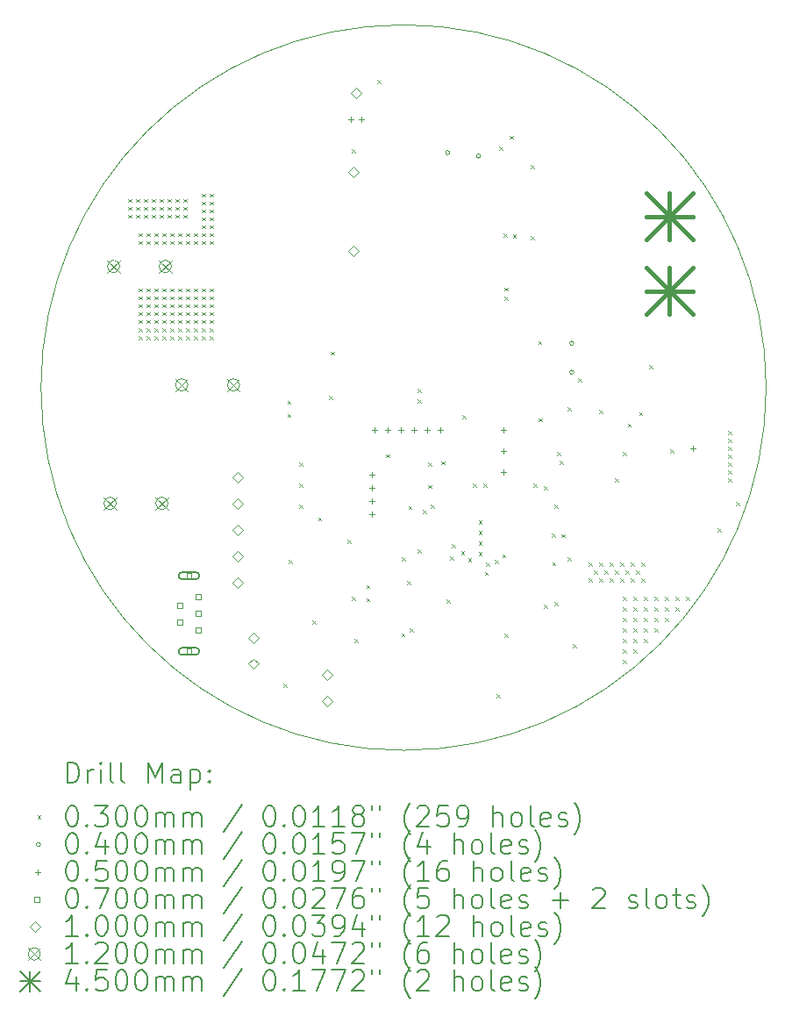
<source format=gbr>
%TF.GenerationSoftware,KiCad,Pcbnew,6.0.11+dfsg-1*%
%TF.CreationDate,2025-03-20T11:06:59-04:00*%
%TF.ProjectId,foc-board,666f632d-626f-4617-9264-2e6b69636164,rev?*%
%TF.SameCoordinates,Original*%
%TF.FileFunction,Drillmap*%
%TF.FilePolarity,Positive*%
%FSLAX45Y45*%
G04 Gerber Fmt 4.5, Leading zero omitted, Abs format (unit mm)*
G04 Created by KiCad (PCBNEW 6.0.11+dfsg-1) date 2025-03-20 11:06:59*
%MOMM*%
%LPD*%
G01*
G04 APERTURE LIST*
%ADD10C,0.100000*%
%ADD11C,0.200000*%
%ADD12C,0.030000*%
%ADD13C,0.040000*%
%ADD14C,0.050000*%
%ADD15C,0.070000*%
%ADD16C,0.120000*%
%ADD17C,0.450000*%
G04 APERTURE END LIST*
D10*
X14246600Y-9597200D02*
G75*
G03*
X14246600Y-9597200I-3500000J0D01*
G01*
D11*
D12*
X8090000Y-7778800D02*
X8120000Y-7808800D01*
X8120000Y-7778800D02*
X8090000Y-7808800D01*
X8090000Y-7855000D02*
X8120000Y-7885000D01*
X8120000Y-7855000D02*
X8090000Y-7885000D01*
X8090000Y-7931200D02*
X8120000Y-7961200D01*
X8120000Y-7931200D02*
X8090000Y-7961200D01*
X8166200Y-7778800D02*
X8196200Y-7808800D01*
X8196200Y-7778800D02*
X8166200Y-7808800D01*
X8166200Y-7855000D02*
X8196200Y-7885000D01*
X8196200Y-7855000D02*
X8166200Y-7885000D01*
X8166200Y-7931200D02*
X8196200Y-7961200D01*
X8196200Y-7931200D02*
X8166200Y-7961200D01*
X8189200Y-9027400D02*
X8219200Y-9057400D01*
X8219200Y-9027400D02*
X8189200Y-9057400D01*
X8189200Y-9103600D02*
X8219200Y-9133600D01*
X8219200Y-9103600D02*
X8189200Y-9133600D01*
X8191600Y-8109000D02*
X8221600Y-8139000D01*
X8221600Y-8109000D02*
X8191600Y-8139000D01*
X8191600Y-8185200D02*
X8221600Y-8215200D01*
X8221600Y-8185200D02*
X8191600Y-8215200D01*
X8191600Y-8642400D02*
X8221600Y-8672400D01*
X8221600Y-8642400D02*
X8191600Y-8672400D01*
X8191600Y-8718600D02*
X8221600Y-8748600D01*
X8221600Y-8718600D02*
X8191600Y-8748600D01*
X8191600Y-8794800D02*
X8221600Y-8824800D01*
X8221600Y-8794800D02*
X8191600Y-8824800D01*
X8191600Y-8871000D02*
X8221600Y-8901000D01*
X8221600Y-8871000D02*
X8191600Y-8901000D01*
X8191600Y-8947200D02*
X8221600Y-8977200D01*
X8221600Y-8947200D02*
X8191600Y-8977200D01*
X8242400Y-7778800D02*
X8272400Y-7808800D01*
X8272400Y-7778800D02*
X8242400Y-7808800D01*
X8242400Y-7855000D02*
X8272400Y-7885000D01*
X8272400Y-7855000D02*
X8242400Y-7885000D01*
X8242400Y-7931200D02*
X8272400Y-7961200D01*
X8272400Y-7931200D02*
X8242400Y-7961200D01*
X8265400Y-9027400D02*
X8295400Y-9057400D01*
X8295400Y-9027400D02*
X8265400Y-9057400D01*
X8265400Y-9103600D02*
X8295400Y-9133600D01*
X8295400Y-9103600D02*
X8265400Y-9133600D01*
X8267800Y-8109000D02*
X8297800Y-8139000D01*
X8297800Y-8109000D02*
X8267800Y-8139000D01*
X8267800Y-8185200D02*
X8297800Y-8215200D01*
X8297800Y-8185200D02*
X8267800Y-8215200D01*
X8267800Y-8642400D02*
X8297800Y-8672400D01*
X8297800Y-8642400D02*
X8267800Y-8672400D01*
X8267800Y-8718600D02*
X8297800Y-8748600D01*
X8297800Y-8718600D02*
X8267800Y-8748600D01*
X8267800Y-8794800D02*
X8297800Y-8824800D01*
X8297800Y-8794800D02*
X8267800Y-8824800D01*
X8267800Y-8871000D02*
X8297800Y-8901000D01*
X8297800Y-8871000D02*
X8267800Y-8901000D01*
X8267800Y-8947200D02*
X8297800Y-8977200D01*
X8297800Y-8947200D02*
X8267800Y-8977200D01*
X8318600Y-7778800D02*
X8348600Y-7808800D01*
X8348600Y-7778800D02*
X8318600Y-7808800D01*
X8318600Y-7855000D02*
X8348600Y-7885000D01*
X8348600Y-7855000D02*
X8318600Y-7885000D01*
X8318600Y-7931200D02*
X8348600Y-7961200D01*
X8348600Y-7931200D02*
X8318600Y-7961200D01*
X8341600Y-9027400D02*
X8371600Y-9057400D01*
X8371600Y-9027400D02*
X8341600Y-9057400D01*
X8341600Y-9103600D02*
X8371600Y-9133600D01*
X8371600Y-9103600D02*
X8341600Y-9133600D01*
X8344000Y-8109000D02*
X8374000Y-8139000D01*
X8374000Y-8109000D02*
X8344000Y-8139000D01*
X8344000Y-8185200D02*
X8374000Y-8215200D01*
X8374000Y-8185200D02*
X8344000Y-8215200D01*
X8344000Y-8642400D02*
X8374000Y-8672400D01*
X8374000Y-8642400D02*
X8344000Y-8672400D01*
X8344000Y-8718600D02*
X8374000Y-8748600D01*
X8374000Y-8718600D02*
X8344000Y-8748600D01*
X8344000Y-8794800D02*
X8374000Y-8824800D01*
X8374000Y-8794800D02*
X8344000Y-8824800D01*
X8344000Y-8871000D02*
X8374000Y-8901000D01*
X8374000Y-8871000D02*
X8344000Y-8901000D01*
X8344000Y-8947200D02*
X8374000Y-8977200D01*
X8374000Y-8947200D02*
X8344000Y-8977200D01*
X8394800Y-7778800D02*
X8424800Y-7808800D01*
X8424800Y-7778800D02*
X8394800Y-7808800D01*
X8394800Y-7855000D02*
X8424800Y-7885000D01*
X8424800Y-7855000D02*
X8394800Y-7885000D01*
X8394800Y-7931200D02*
X8424800Y-7961200D01*
X8424800Y-7931200D02*
X8394800Y-7961200D01*
X8417800Y-9027400D02*
X8447800Y-9057400D01*
X8447800Y-9027400D02*
X8417800Y-9057400D01*
X8417800Y-9103600D02*
X8447800Y-9133600D01*
X8447800Y-9103600D02*
X8417800Y-9133600D01*
X8420200Y-8109000D02*
X8450200Y-8139000D01*
X8450200Y-8109000D02*
X8420200Y-8139000D01*
X8420200Y-8185200D02*
X8450200Y-8215200D01*
X8450200Y-8185200D02*
X8420200Y-8215200D01*
X8420200Y-8642400D02*
X8450200Y-8672400D01*
X8450200Y-8642400D02*
X8420200Y-8672400D01*
X8420200Y-8718600D02*
X8450200Y-8748600D01*
X8450200Y-8718600D02*
X8420200Y-8748600D01*
X8420200Y-8794800D02*
X8450200Y-8824800D01*
X8450200Y-8794800D02*
X8420200Y-8824800D01*
X8420200Y-8871000D02*
X8450200Y-8901000D01*
X8450200Y-8871000D02*
X8420200Y-8901000D01*
X8420200Y-8947200D02*
X8450200Y-8977200D01*
X8450200Y-8947200D02*
X8420200Y-8977200D01*
X8471000Y-7778800D02*
X8501000Y-7808800D01*
X8501000Y-7778800D02*
X8471000Y-7808800D01*
X8471000Y-7855000D02*
X8501000Y-7885000D01*
X8501000Y-7855000D02*
X8471000Y-7885000D01*
X8471000Y-7931200D02*
X8501000Y-7961200D01*
X8501000Y-7931200D02*
X8471000Y-7961200D01*
X8494000Y-9027400D02*
X8524000Y-9057400D01*
X8524000Y-9027400D02*
X8494000Y-9057400D01*
X8494000Y-9103600D02*
X8524000Y-9133600D01*
X8524000Y-9103600D02*
X8494000Y-9133600D01*
X8496400Y-8109000D02*
X8526400Y-8139000D01*
X8526400Y-8109000D02*
X8496400Y-8139000D01*
X8496400Y-8185200D02*
X8526400Y-8215200D01*
X8526400Y-8185200D02*
X8496400Y-8215200D01*
X8496400Y-8642400D02*
X8526400Y-8672400D01*
X8526400Y-8642400D02*
X8496400Y-8672400D01*
X8496400Y-8718600D02*
X8526400Y-8748600D01*
X8526400Y-8718600D02*
X8496400Y-8748600D01*
X8496400Y-8794800D02*
X8526400Y-8824800D01*
X8526400Y-8794800D02*
X8496400Y-8824800D01*
X8496400Y-8871000D02*
X8526400Y-8901000D01*
X8526400Y-8871000D02*
X8496400Y-8901000D01*
X8496400Y-8947200D02*
X8526400Y-8977200D01*
X8526400Y-8947200D02*
X8496400Y-8977200D01*
X8547200Y-7778800D02*
X8577200Y-7808800D01*
X8577200Y-7778800D02*
X8547200Y-7808800D01*
X8547200Y-7855000D02*
X8577200Y-7885000D01*
X8577200Y-7855000D02*
X8547200Y-7885000D01*
X8547200Y-7931200D02*
X8577200Y-7961200D01*
X8577200Y-7931200D02*
X8547200Y-7961200D01*
X8570200Y-9027400D02*
X8600200Y-9057400D01*
X8600200Y-9027400D02*
X8570200Y-9057400D01*
X8570200Y-9103600D02*
X8600200Y-9133600D01*
X8600200Y-9103600D02*
X8570200Y-9133600D01*
X8572600Y-8109000D02*
X8602600Y-8139000D01*
X8602600Y-8109000D02*
X8572600Y-8139000D01*
X8572600Y-8185200D02*
X8602600Y-8215200D01*
X8602600Y-8185200D02*
X8572600Y-8215200D01*
X8572600Y-8642400D02*
X8602600Y-8672400D01*
X8602600Y-8642400D02*
X8572600Y-8672400D01*
X8572600Y-8718600D02*
X8602600Y-8748600D01*
X8602600Y-8718600D02*
X8572600Y-8748600D01*
X8572600Y-8794800D02*
X8602600Y-8824800D01*
X8602600Y-8794800D02*
X8572600Y-8824800D01*
X8572600Y-8871000D02*
X8602600Y-8901000D01*
X8602600Y-8871000D02*
X8572600Y-8901000D01*
X8572600Y-8947200D02*
X8602600Y-8977200D01*
X8602600Y-8947200D02*
X8572600Y-8977200D01*
X8623400Y-7778800D02*
X8653400Y-7808800D01*
X8653400Y-7778800D02*
X8623400Y-7808800D01*
X8623400Y-7855000D02*
X8653400Y-7885000D01*
X8653400Y-7855000D02*
X8623400Y-7885000D01*
X8623400Y-7931200D02*
X8653400Y-7961200D01*
X8653400Y-7931200D02*
X8623400Y-7961200D01*
X8646400Y-9027400D02*
X8676400Y-9057400D01*
X8676400Y-9027400D02*
X8646400Y-9057400D01*
X8646400Y-9103600D02*
X8676400Y-9133600D01*
X8676400Y-9103600D02*
X8646400Y-9133600D01*
X8648800Y-8109000D02*
X8678800Y-8139000D01*
X8678800Y-8109000D02*
X8648800Y-8139000D01*
X8648800Y-8185200D02*
X8678800Y-8215200D01*
X8678800Y-8185200D02*
X8648800Y-8215200D01*
X8648800Y-8642400D02*
X8678800Y-8672400D01*
X8678800Y-8642400D02*
X8648800Y-8672400D01*
X8648800Y-8718600D02*
X8678800Y-8748600D01*
X8678800Y-8718600D02*
X8648800Y-8748600D01*
X8648800Y-8794800D02*
X8678800Y-8824800D01*
X8678800Y-8794800D02*
X8648800Y-8824800D01*
X8648800Y-8871000D02*
X8678800Y-8901000D01*
X8678800Y-8871000D02*
X8648800Y-8901000D01*
X8648800Y-8947200D02*
X8678800Y-8977200D01*
X8678800Y-8947200D02*
X8648800Y-8977200D01*
X8722600Y-9027400D02*
X8752600Y-9057400D01*
X8752600Y-9027400D02*
X8722600Y-9057400D01*
X8722600Y-9103600D02*
X8752600Y-9133600D01*
X8752600Y-9103600D02*
X8722600Y-9133600D01*
X8725000Y-8109000D02*
X8755000Y-8139000D01*
X8755000Y-8109000D02*
X8725000Y-8139000D01*
X8725000Y-8185200D02*
X8755000Y-8215200D01*
X8755000Y-8185200D02*
X8725000Y-8215200D01*
X8725000Y-8642400D02*
X8755000Y-8672400D01*
X8755000Y-8642400D02*
X8725000Y-8672400D01*
X8725000Y-8718600D02*
X8755000Y-8748600D01*
X8755000Y-8718600D02*
X8725000Y-8748600D01*
X8725000Y-8794800D02*
X8755000Y-8824800D01*
X8755000Y-8794800D02*
X8725000Y-8824800D01*
X8725000Y-8871000D02*
X8755000Y-8901000D01*
X8755000Y-8871000D02*
X8725000Y-8901000D01*
X8725000Y-8947200D02*
X8755000Y-8977200D01*
X8755000Y-8947200D02*
X8725000Y-8977200D01*
X8798800Y-9027400D02*
X8828800Y-9057400D01*
X8828800Y-9027400D02*
X8798800Y-9057400D01*
X8798800Y-9103600D02*
X8828800Y-9133600D01*
X8828800Y-9103600D02*
X8798800Y-9133600D01*
X8801200Y-7728000D02*
X8831200Y-7758000D01*
X8831200Y-7728000D02*
X8801200Y-7758000D01*
X8801200Y-7804200D02*
X8831200Y-7834200D01*
X8831200Y-7804200D02*
X8801200Y-7834200D01*
X8801200Y-7880400D02*
X8831200Y-7910400D01*
X8831200Y-7880400D02*
X8801200Y-7910400D01*
X8801200Y-7956600D02*
X8831200Y-7986600D01*
X8831200Y-7956600D02*
X8801200Y-7986600D01*
X8801200Y-8032800D02*
X8831200Y-8062800D01*
X8831200Y-8032800D02*
X8801200Y-8062800D01*
X8801200Y-8109000D02*
X8831200Y-8139000D01*
X8831200Y-8109000D02*
X8801200Y-8139000D01*
X8801200Y-8185200D02*
X8831200Y-8215200D01*
X8831200Y-8185200D02*
X8801200Y-8215200D01*
X8801200Y-8642400D02*
X8831200Y-8672400D01*
X8831200Y-8642400D02*
X8801200Y-8672400D01*
X8801200Y-8718600D02*
X8831200Y-8748600D01*
X8831200Y-8718600D02*
X8801200Y-8748600D01*
X8801200Y-8794800D02*
X8831200Y-8824800D01*
X8831200Y-8794800D02*
X8801200Y-8824800D01*
X8801200Y-8871000D02*
X8831200Y-8901000D01*
X8831200Y-8871000D02*
X8801200Y-8901000D01*
X8801200Y-8947200D02*
X8831200Y-8977200D01*
X8831200Y-8947200D02*
X8801200Y-8977200D01*
X8875000Y-9027400D02*
X8905000Y-9057400D01*
X8905000Y-9027400D02*
X8875000Y-9057400D01*
X8875000Y-9103600D02*
X8905000Y-9133600D01*
X8905000Y-9103600D02*
X8875000Y-9133600D01*
X8877400Y-7728000D02*
X8907400Y-7758000D01*
X8907400Y-7728000D02*
X8877400Y-7758000D01*
X8877400Y-7804200D02*
X8907400Y-7834200D01*
X8907400Y-7804200D02*
X8877400Y-7834200D01*
X8877400Y-7880400D02*
X8907400Y-7910400D01*
X8907400Y-7880400D02*
X8877400Y-7910400D01*
X8877400Y-7956600D02*
X8907400Y-7986600D01*
X8907400Y-7956600D02*
X8877400Y-7986600D01*
X8877400Y-8032800D02*
X8907400Y-8062800D01*
X8907400Y-8032800D02*
X8877400Y-8062800D01*
X8877400Y-8109000D02*
X8907400Y-8139000D01*
X8907400Y-8109000D02*
X8877400Y-8139000D01*
X8877400Y-8185200D02*
X8907400Y-8215200D01*
X8907400Y-8185200D02*
X8877400Y-8215200D01*
X8877400Y-8642400D02*
X8907400Y-8672400D01*
X8907400Y-8642400D02*
X8877400Y-8672400D01*
X8877400Y-8718600D02*
X8907400Y-8748600D01*
X8907400Y-8718600D02*
X8877400Y-8748600D01*
X8877400Y-8794800D02*
X8907400Y-8824800D01*
X8907400Y-8794800D02*
X8877400Y-8824800D01*
X8877400Y-8871000D02*
X8907400Y-8901000D01*
X8907400Y-8871000D02*
X8877400Y-8901000D01*
X8877400Y-8947200D02*
X8907400Y-8977200D01*
X8907400Y-8947200D02*
X8877400Y-8977200D01*
X9586200Y-12456400D02*
X9616200Y-12486400D01*
X9616200Y-12456400D02*
X9586200Y-12486400D01*
X9624300Y-9725900D02*
X9654300Y-9755900D01*
X9654300Y-9725900D02*
X9624300Y-9755900D01*
X9624300Y-9852900D02*
X9654300Y-9882900D01*
X9654300Y-9852900D02*
X9624300Y-9882900D01*
X9637000Y-11262600D02*
X9667000Y-11292600D01*
X9667000Y-11262600D02*
X9637000Y-11292600D01*
X9738600Y-10322800D02*
X9768600Y-10352800D01*
X9768600Y-10322800D02*
X9738600Y-10352800D01*
X9738600Y-10526000D02*
X9768600Y-10556000D01*
X9768600Y-10526000D02*
X9738600Y-10556000D01*
X9738600Y-10729200D02*
X9768600Y-10759200D01*
X9768600Y-10729200D02*
X9738600Y-10759200D01*
X9865600Y-11846800D02*
X9895600Y-11876800D01*
X9895600Y-11846800D02*
X9865600Y-11876800D01*
X9920400Y-10852200D02*
X9950400Y-10882200D01*
X9950400Y-10852200D02*
X9920400Y-10882200D01*
X10027570Y-9678378D02*
X10057570Y-9708378D01*
X10057570Y-9678378D02*
X10027570Y-9708378D01*
X10045800Y-9252000D02*
X10075800Y-9282000D01*
X10075800Y-9252000D02*
X10045800Y-9282000D01*
X10204577Y-11065837D02*
X10234577Y-11095837D01*
X10234577Y-11065837D02*
X10204577Y-11095837D01*
X10246600Y-7300200D02*
X10276600Y-7330200D01*
X10276600Y-7300200D02*
X10246600Y-7330200D01*
X10246600Y-11618200D02*
X10276600Y-11648200D01*
X10276600Y-11618200D02*
X10246600Y-11648200D01*
X10272000Y-12024600D02*
X10302000Y-12054600D01*
X10302000Y-12024600D02*
X10272000Y-12054600D01*
X10386300Y-11503900D02*
X10416300Y-11533900D01*
X10416300Y-11503900D02*
X10386300Y-11533900D01*
X10388518Y-11628682D02*
X10418518Y-11658682D01*
X10418518Y-11628682D02*
X10388518Y-11658682D01*
X10494350Y-6631866D02*
X10524350Y-6661866D01*
X10524350Y-6631866D02*
X10494350Y-6661866D01*
X10576800Y-10240350D02*
X10606800Y-10270350D01*
X10606800Y-10240350D02*
X10576800Y-10270350D01*
X10727087Y-11967250D02*
X10757087Y-11997250D01*
X10757087Y-11967250D02*
X10727087Y-11997250D01*
X10729200Y-11237200D02*
X10759200Y-11267200D01*
X10759200Y-11237200D02*
X10729200Y-11267200D01*
X10780000Y-11465800D02*
X10810000Y-11495800D01*
X10810000Y-11465800D02*
X10780000Y-11495800D01*
X10792700Y-10741900D02*
X10822700Y-10771900D01*
X10822700Y-10741900D02*
X10792700Y-10771900D01*
X10805400Y-11923000D02*
X10835400Y-11953000D01*
X10835400Y-11923000D02*
X10805400Y-11953000D01*
X10881600Y-9611450D02*
X10911600Y-9641450D01*
X10911600Y-9611450D02*
X10881600Y-9641450D01*
X10881600Y-11161000D02*
X10911600Y-11191000D01*
X10911600Y-11161000D02*
X10881600Y-11191000D01*
X10882600Y-9712200D02*
X10912600Y-9742200D01*
X10912600Y-9712200D02*
X10882600Y-9742200D01*
X10932400Y-10780000D02*
X10962400Y-10810000D01*
X10962400Y-10780000D02*
X10932400Y-10810000D01*
X10983200Y-10322800D02*
X11013200Y-10352800D01*
X11013200Y-10322800D02*
X10983200Y-10352800D01*
X10983200Y-10535950D02*
X11013200Y-10565950D01*
X11013200Y-10535950D02*
X10983200Y-10565950D01*
X11008600Y-10729200D02*
X11038600Y-10759200D01*
X11038600Y-10729200D02*
X11008600Y-10759200D01*
X11110200Y-10310300D02*
X11140200Y-10340300D01*
X11140200Y-10310300D02*
X11110200Y-10340300D01*
X11161000Y-11643600D02*
X11191000Y-11673600D01*
X11191000Y-11643600D02*
X11161000Y-11673600D01*
X11196666Y-11225616D02*
X11226666Y-11255616D01*
X11226666Y-11225616D02*
X11196666Y-11255616D01*
X11211800Y-11110200D02*
X11241800Y-11140200D01*
X11241800Y-11110200D02*
X11211800Y-11140200D01*
X11303443Y-11178550D02*
X11333443Y-11208550D01*
X11333443Y-11178550D02*
X11303443Y-11208550D01*
X11313400Y-9865600D02*
X11343400Y-9895600D01*
X11343400Y-9865600D02*
X11313400Y-9895600D01*
X11370618Y-11245725D02*
X11400618Y-11275725D01*
X11400618Y-11245725D02*
X11370618Y-11275725D01*
X11415000Y-10526000D02*
X11445000Y-10556000D01*
X11445000Y-10526000D02*
X11415000Y-10556000D01*
X11472050Y-10881600D02*
X11502050Y-10911600D01*
X11502050Y-10881600D02*
X11472050Y-10911600D01*
X11472050Y-10983200D02*
X11502050Y-11013200D01*
X11502050Y-10983200D02*
X11472050Y-11013200D01*
X11472050Y-11084800D02*
X11502050Y-11114800D01*
X11502050Y-11084800D02*
X11472050Y-11114800D01*
X11472050Y-11186400D02*
X11502050Y-11216400D01*
X11502050Y-11186400D02*
X11472050Y-11216400D01*
X11516600Y-10526000D02*
X11546600Y-10556000D01*
X11546600Y-10526000D02*
X11516600Y-10556000D01*
X11530425Y-11377202D02*
X11560425Y-11407202D01*
X11560425Y-11377202D02*
X11530425Y-11407202D01*
X11542000Y-11288000D02*
X11572000Y-11318000D01*
X11572000Y-11288000D02*
X11542000Y-11318000D01*
X11627334Y-11259555D02*
X11657334Y-11289555D01*
X11657334Y-11259555D02*
X11627334Y-11289555D01*
X11643600Y-12558000D02*
X11673600Y-12588000D01*
X11673600Y-12558000D02*
X11643600Y-12588000D01*
X11669000Y-7274800D02*
X11699000Y-7304800D01*
X11699000Y-7274800D02*
X11669000Y-7304800D01*
X11700607Y-11207380D02*
X11730607Y-11237380D01*
X11730607Y-11207380D02*
X11700607Y-11237380D01*
X11712548Y-8112274D02*
X11742548Y-8142274D01*
X11742548Y-8112274D02*
X11712548Y-8142274D01*
X11719800Y-8632650D02*
X11749800Y-8662650D01*
X11749800Y-8632650D02*
X11719800Y-8662650D01*
X11719800Y-8722600D02*
X11749800Y-8752600D01*
X11749800Y-8722600D02*
X11719800Y-8752600D01*
X11719800Y-11973800D02*
X11749800Y-12003800D01*
X11749800Y-11973800D02*
X11719800Y-12003800D01*
X11770042Y-7166095D02*
X11800042Y-7196095D01*
X11800042Y-7166095D02*
X11770042Y-7196095D01*
X11802250Y-8118950D02*
X11832250Y-8148950D01*
X11832250Y-8118950D02*
X11802250Y-8148950D01*
X11973800Y-7452600D02*
X12003800Y-7482600D01*
X12003800Y-7452600D02*
X11973800Y-7482600D01*
X11973800Y-8138400D02*
X12003800Y-8168400D01*
X12003800Y-8138400D02*
X11973800Y-8168400D01*
X11999200Y-10526000D02*
X12029200Y-10556000D01*
X12029200Y-10526000D02*
X11999200Y-10556000D01*
X12045751Y-9150650D02*
X12075751Y-9180650D01*
X12075751Y-9150650D02*
X12045751Y-9180650D01*
X12050000Y-9894750D02*
X12080000Y-9924750D01*
X12080000Y-9894750D02*
X12050000Y-9924750D01*
X12100800Y-10551400D02*
X12130800Y-10581400D01*
X12130800Y-10551400D02*
X12100800Y-10581400D01*
X12100800Y-11694400D02*
X12130800Y-11724400D01*
X12130800Y-11694400D02*
X12100800Y-11724400D01*
X12177000Y-11008600D02*
X12207000Y-11038600D01*
X12207000Y-11008600D02*
X12177000Y-11038600D01*
X12182362Y-11282638D02*
X12212362Y-11312638D01*
X12212362Y-11282638D02*
X12182362Y-11312638D01*
X12202400Y-10729200D02*
X12232400Y-10759200D01*
X12232400Y-10729200D02*
X12202400Y-10759200D01*
X12202400Y-11669000D02*
X12232400Y-11699000D01*
X12232400Y-11669000D02*
X12202400Y-11699000D01*
X12227800Y-10221200D02*
X12257800Y-10251200D01*
X12257800Y-10221200D02*
X12227800Y-10251200D01*
X12256245Y-10306534D02*
X12286245Y-10336534D01*
X12286245Y-10306534D02*
X12256245Y-10336534D01*
X12271437Y-11013087D02*
X12301437Y-11043087D01*
X12301437Y-11013087D02*
X12271437Y-11043087D01*
X12329400Y-9789400D02*
X12359400Y-9819400D01*
X12359400Y-9789400D02*
X12329400Y-9819400D01*
X12329400Y-11237200D02*
X12359400Y-11267200D01*
X12359400Y-11237200D02*
X12329400Y-11267200D01*
X12380200Y-12075400D02*
X12410200Y-12105400D01*
X12410200Y-12075400D02*
X12380200Y-12105400D01*
X12431000Y-9510000D02*
X12461000Y-9540000D01*
X12461000Y-9510000D02*
X12431000Y-9540000D01*
X12532600Y-11288000D02*
X12562600Y-11318000D01*
X12562600Y-11288000D02*
X12532600Y-11318000D01*
X12532600Y-11440400D02*
X12562600Y-11470400D01*
X12562600Y-11440400D02*
X12532600Y-11470400D01*
X12583400Y-11364200D02*
X12613400Y-11394200D01*
X12613400Y-11364200D02*
X12583400Y-11394200D01*
X12634200Y-9814800D02*
X12664200Y-9844800D01*
X12664200Y-9814800D02*
X12634200Y-9844800D01*
X12634200Y-11288000D02*
X12664200Y-11318000D01*
X12664200Y-11288000D02*
X12634200Y-11318000D01*
X12634200Y-11440400D02*
X12664200Y-11470400D01*
X12664200Y-11440400D02*
X12634200Y-11470400D01*
X12685000Y-11364200D02*
X12715000Y-11394200D01*
X12715000Y-11364200D02*
X12685000Y-11394200D01*
X12735800Y-11288000D02*
X12765800Y-11318000D01*
X12765800Y-11288000D02*
X12735800Y-11318000D01*
X12735800Y-11440400D02*
X12765800Y-11470400D01*
X12765800Y-11440400D02*
X12735800Y-11470400D01*
X12786600Y-10475200D02*
X12816600Y-10505200D01*
X12816600Y-10475200D02*
X12786600Y-10505200D01*
X12786600Y-11364200D02*
X12816600Y-11394200D01*
X12816600Y-11364200D02*
X12786600Y-11394200D01*
X12837400Y-11288000D02*
X12867400Y-11318000D01*
X12867400Y-11288000D02*
X12837400Y-11318000D01*
X12837400Y-11440400D02*
X12867400Y-11470400D01*
X12867400Y-11440400D02*
X12837400Y-11470400D01*
X12862800Y-10221200D02*
X12892800Y-10251200D01*
X12892800Y-10221200D02*
X12862800Y-10251200D01*
X12862800Y-11618200D02*
X12892800Y-11648200D01*
X12892800Y-11618200D02*
X12862800Y-11648200D01*
X12862800Y-11719800D02*
X12892800Y-11749800D01*
X12892800Y-11719800D02*
X12862800Y-11749800D01*
X12862800Y-11821400D02*
X12892800Y-11851400D01*
X12892800Y-11821400D02*
X12862800Y-11851400D01*
X12862800Y-11923000D02*
X12892800Y-11953000D01*
X12892800Y-11923000D02*
X12862800Y-11953000D01*
X12862800Y-12024600D02*
X12892800Y-12054600D01*
X12892800Y-12024600D02*
X12862800Y-12054600D01*
X12862800Y-12126200D02*
X12892800Y-12156200D01*
X12892800Y-12126200D02*
X12862800Y-12156200D01*
X12862800Y-12227800D02*
X12892800Y-12257800D01*
X12892800Y-12227800D02*
X12862800Y-12257800D01*
X12888200Y-11364200D02*
X12918200Y-11394200D01*
X12918200Y-11364200D02*
X12888200Y-11394200D01*
X12909442Y-9945958D02*
X12939442Y-9975958D01*
X12939442Y-9945958D02*
X12909442Y-9975958D01*
X12939000Y-11288000D02*
X12969000Y-11318000D01*
X12969000Y-11288000D02*
X12939000Y-11318000D01*
X12939000Y-11440400D02*
X12969000Y-11470400D01*
X12969000Y-11440400D02*
X12939000Y-11470400D01*
X12964400Y-11618200D02*
X12994400Y-11648200D01*
X12994400Y-11618200D02*
X12964400Y-11648200D01*
X12964400Y-11719800D02*
X12994400Y-11749800D01*
X12994400Y-11719800D02*
X12964400Y-11749800D01*
X12964400Y-11821400D02*
X12994400Y-11851400D01*
X12994400Y-11821400D02*
X12964400Y-11851400D01*
X12964400Y-11923000D02*
X12994400Y-11953000D01*
X12994400Y-11923000D02*
X12964400Y-11953000D01*
X12964400Y-12024600D02*
X12994400Y-12054600D01*
X12994400Y-12024600D02*
X12964400Y-12054600D01*
X12964400Y-12126200D02*
X12994400Y-12156200D01*
X12994400Y-12126200D02*
X12964400Y-12156200D01*
X12989800Y-11364200D02*
X13019800Y-11394200D01*
X13019800Y-11364200D02*
X12989800Y-11394200D01*
X13022508Y-9832892D02*
X13052508Y-9862892D01*
X13052508Y-9832892D02*
X13022508Y-9862892D01*
X13040600Y-11288000D02*
X13070600Y-11318000D01*
X13070600Y-11288000D02*
X13040600Y-11318000D01*
X13040600Y-11440400D02*
X13070600Y-11470400D01*
X13070600Y-11440400D02*
X13040600Y-11470400D01*
X13066000Y-11618200D02*
X13096000Y-11648200D01*
X13096000Y-11618200D02*
X13066000Y-11648200D01*
X13066000Y-11719800D02*
X13096000Y-11749800D01*
X13096000Y-11719800D02*
X13066000Y-11749800D01*
X13066000Y-11821400D02*
X13096000Y-11851400D01*
X13096000Y-11821400D02*
X13066000Y-11851400D01*
X13066000Y-11923000D02*
X13096000Y-11953000D01*
X13096000Y-11923000D02*
X13066000Y-11953000D01*
X13066000Y-12024600D02*
X13096000Y-12054600D01*
X13096000Y-12024600D02*
X13066000Y-12054600D01*
X13116800Y-9383000D02*
X13146800Y-9413000D01*
X13146800Y-9383000D02*
X13116800Y-9413000D01*
X13167600Y-11618200D02*
X13197600Y-11648200D01*
X13197600Y-11618200D02*
X13167600Y-11648200D01*
X13167600Y-11719800D02*
X13197600Y-11749800D01*
X13197600Y-11719800D02*
X13167600Y-11749800D01*
X13167600Y-11821400D02*
X13197600Y-11851400D01*
X13197600Y-11821400D02*
X13167600Y-11851400D01*
X13167600Y-11923000D02*
X13197600Y-11953000D01*
X13197600Y-11923000D02*
X13167600Y-11953000D01*
X13269200Y-11618200D02*
X13299200Y-11648200D01*
X13299200Y-11618200D02*
X13269200Y-11648200D01*
X13269200Y-11719800D02*
X13299200Y-11749800D01*
X13299200Y-11719800D02*
X13269200Y-11749800D01*
X13269200Y-11821400D02*
X13299200Y-11851400D01*
X13299200Y-11821400D02*
X13269200Y-11851400D01*
X13320000Y-10195800D02*
X13350000Y-10225800D01*
X13350000Y-10195800D02*
X13320000Y-10225800D01*
X13370800Y-11618200D02*
X13400800Y-11648200D01*
X13400800Y-11618200D02*
X13370800Y-11648200D01*
X13370800Y-11719800D02*
X13400800Y-11749800D01*
X13400800Y-11719800D02*
X13370800Y-11749800D01*
X13472400Y-11618200D02*
X13502400Y-11648200D01*
X13502400Y-11618200D02*
X13472400Y-11648200D01*
X13777200Y-10957800D02*
X13807200Y-10987800D01*
X13807200Y-10957800D02*
X13777200Y-10987800D01*
X13878800Y-10018000D02*
X13908800Y-10048000D01*
X13908800Y-10018000D02*
X13878800Y-10048000D01*
X13878800Y-10094200D02*
X13908800Y-10124200D01*
X13908800Y-10094200D02*
X13878800Y-10124200D01*
X13878800Y-10170400D02*
X13908800Y-10200400D01*
X13908800Y-10170400D02*
X13878800Y-10200400D01*
X13878800Y-10246600D02*
X13908800Y-10276600D01*
X13908800Y-10246600D02*
X13878800Y-10276600D01*
X13878800Y-10322800D02*
X13908800Y-10352800D01*
X13908800Y-10322800D02*
X13878800Y-10352800D01*
X13878800Y-10399000D02*
X13908800Y-10429000D01*
X13908800Y-10399000D02*
X13878800Y-10429000D01*
X13878800Y-10475200D02*
X13908800Y-10505200D01*
X13908800Y-10475200D02*
X13878800Y-10505200D01*
X13955000Y-10701163D02*
X13985000Y-10731163D01*
X13985000Y-10701163D02*
X13955000Y-10731163D01*
D13*
X11192000Y-7330850D02*
G75*
G03*
X11192000Y-7330850I-20000J0D01*
G01*
X11489600Y-7362000D02*
G75*
G03*
X11489600Y-7362000I-20000J0D01*
G01*
X12389800Y-9169400D02*
G75*
G03*
X12389800Y-9169400I-20000J0D01*
G01*
X12389800Y-9448800D02*
G75*
G03*
X12389800Y-9448800I-20000J0D01*
G01*
D14*
X10239400Y-6981400D02*
X10239400Y-7031400D01*
X10214400Y-7006400D02*
X10264400Y-7006400D01*
X10339400Y-6981400D02*
X10339400Y-7031400D01*
X10314400Y-7006400D02*
X10364400Y-7006400D01*
X10439400Y-10414400D02*
X10439400Y-10464400D01*
X10414400Y-10439400D02*
X10464400Y-10439400D01*
X10439400Y-10541400D02*
X10439400Y-10591400D01*
X10414400Y-10566400D02*
X10464400Y-10566400D01*
X10439400Y-10668400D02*
X10439400Y-10718400D01*
X10414400Y-10693400D02*
X10464400Y-10693400D01*
X10439400Y-10795400D02*
X10439400Y-10845400D01*
X10414400Y-10820400D02*
X10464400Y-10820400D01*
X10467200Y-9978600D02*
X10467200Y-10028600D01*
X10442200Y-10003600D02*
X10492200Y-10003600D01*
X10594200Y-9978600D02*
X10594200Y-10028600D01*
X10569200Y-10003600D02*
X10619200Y-10003600D01*
X10721200Y-9978800D02*
X10721200Y-10028800D01*
X10696200Y-10003800D02*
X10746200Y-10003800D01*
X10848200Y-9978600D02*
X10848200Y-10028600D01*
X10823200Y-10003600D02*
X10873200Y-10003600D01*
X10975200Y-9978600D02*
X10975200Y-10028600D01*
X10950200Y-10003600D02*
X11000200Y-10003600D01*
X11102200Y-9978600D02*
X11102200Y-10028600D01*
X11077200Y-10003600D02*
X11127200Y-10003600D01*
X11713400Y-9978600D02*
X11713400Y-10028600D01*
X11688400Y-10003600D02*
X11738400Y-10003600D01*
X11713400Y-10181800D02*
X11713400Y-10231800D01*
X11688400Y-10206800D02*
X11738400Y-10206800D01*
X11713400Y-10385000D02*
X11713400Y-10435000D01*
X11688400Y-10410000D02*
X11738400Y-10410000D01*
X13540600Y-10156400D02*
X13540600Y-10206400D01*
X13515600Y-10181400D02*
X13565600Y-10181400D01*
D15*
X8612349Y-11722549D02*
X8612349Y-11673051D01*
X8562851Y-11673051D01*
X8562851Y-11722549D01*
X8612349Y-11722549D01*
X8612349Y-11882549D02*
X8612349Y-11833051D01*
X8562851Y-11833051D01*
X8562851Y-11882549D01*
X8612349Y-11882549D01*
X8699849Y-11437549D02*
X8699849Y-11388051D01*
X8650351Y-11388051D01*
X8650351Y-11437549D01*
X8699849Y-11437549D01*
D11*
X8610100Y-11447800D02*
X8740100Y-11447800D01*
X8610100Y-11377800D02*
X8740100Y-11377800D01*
X8740100Y-11447800D02*
G75*
G03*
X8740100Y-11377800I0J35000D01*
G01*
X8610100Y-11377800D02*
G75*
G03*
X8610100Y-11447800I0J-35000D01*
G01*
D15*
X8699849Y-12167549D02*
X8699849Y-12118051D01*
X8650351Y-12118051D01*
X8650351Y-12167549D01*
X8699849Y-12167549D01*
D11*
X8610100Y-12177800D02*
X8740100Y-12177800D01*
X8610100Y-12107800D02*
X8740100Y-12107800D01*
X8740100Y-12177800D02*
G75*
G03*
X8740100Y-12107800I0J35000D01*
G01*
X8610100Y-12107800D02*
G75*
G03*
X8610100Y-12177800I0J-35000D01*
G01*
D15*
X8787349Y-11642549D02*
X8787349Y-11593051D01*
X8737851Y-11593051D01*
X8737851Y-11642549D01*
X8787349Y-11642549D01*
X8787349Y-11802549D02*
X8787349Y-11753051D01*
X8737851Y-11753051D01*
X8737851Y-11802549D01*
X8787349Y-11802549D01*
X8787349Y-11962549D02*
X8787349Y-11913051D01*
X8737851Y-11913051D01*
X8737851Y-11962549D01*
X8787349Y-11962549D01*
D10*
X9144000Y-10514800D02*
X9194000Y-10464800D01*
X9144000Y-10414800D01*
X9094000Y-10464800D01*
X9144000Y-10514800D01*
X9144000Y-10768800D02*
X9194000Y-10718800D01*
X9144000Y-10668800D01*
X9094000Y-10718800D01*
X9144000Y-10768800D01*
X9144000Y-11022800D02*
X9194000Y-10972800D01*
X9144000Y-10922800D01*
X9094000Y-10972800D01*
X9144000Y-11022800D01*
X9144000Y-11276800D02*
X9194000Y-11226800D01*
X9144000Y-11176800D01*
X9094000Y-11226800D01*
X9144000Y-11276800D01*
X9144000Y-11530800D02*
X9194000Y-11480800D01*
X9144000Y-11430800D01*
X9094000Y-11480800D01*
X9144000Y-11530800D01*
X9297100Y-12062200D02*
X9347100Y-12012200D01*
X9297100Y-11962200D01*
X9247100Y-12012200D01*
X9297100Y-12062200D01*
X9297100Y-12312200D02*
X9347100Y-12262200D01*
X9297100Y-12212200D01*
X9247100Y-12262200D01*
X9297100Y-12312200D01*
X10010000Y-12419800D02*
X10060000Y-12369800D01*
X10010000Y-12319800D01*
X9960000Y-12369800D01*
X10010000Y-12419800D01*
X10010000Y-12669800D02*
X10060000Y-12619800D01*
X10010000Y-12569800D01*
X9960000Y-12619800D01*
X10010000Y-12669800D01*
X10264000Y-7564400D02*
X10314000Y-7514400D01*
X10264000Y-7464400D01*
X10214000Y-7514400D01*
X10264000Y-7564400D01*
X10264000Y-8326400D02*
X10314000Y-8276400D01*
X10264000Y-8226400D01*
X10214000Y-8276400D01*
X10264000Y-8326400D01*
X10289400Y-6802400D02*
X10339400Y-6752400D01*
X10289400Y-6702400D01*
X10239400Y-6752400D01*
X10289400Y-6802400D01*
D16*
X7853596Y-10654800D02*
X7973596Y-10774800D01*
X7973596Y-10654800D02*
X7853596Y-10774800D01*
X7973596Y-10714800D02*
G75*
G03*
X7973596Y-10714800I-60000J0D01*
G01*
X7886792Y-8368800D02*
X8006792Y-8488800D01*
X8006792Y-8368800D02*
X7886792Y-8488800D01*
X8006792Y-8428800D02*
G75*
G03*
X8006792Y-8428800I-60000J0D01*
G01*
X8353596Y-10654800D02*
X8473596Y-10774800D01*
X8473596Y-10654800D02*
X8353596Y-10774800D01*
X8473596Y-10714800D02*
G75*
G03*
X8473596Y-10714800I-60000J0D01*
G01*
X8386792Y-8368800D02*
X8506792Y-8488800D01*
X8506792Y-8368800D02*
X8386792Y-8488800D01*
X8506792Y-8428800D02*
G75*
G03*
X8506792Y-8428800I-60000J0D01*
G01*
X8545180Y-9511800D02*
X8665180Y-9631800D01*
X8665180Y-9511800D02*
X8545180Y-9631800D01*
X8665180Y-9571800D02*
G75*
G03*
X8665180Y-9571800I-60000J0D01*
G01*
X9045180Y-9511800D02*
X9165180Y-9631800D01*
X9165180Y-9511800D02*
X9045180Y-9631800D01*
X9165180Y-9571800D02*
G75*
G03*
X9165180Y-9571800I-60000J0D01*
G01*
D17*
X13087000Y-7721200D02*
X13537000Y-8171200D01*
X13537000Y-7721200D02*
X13087000Y-8171200D01*
X13312000Y-7721200D02*
X13312000Y-8171200D01*
X13087000Y-7946200D02*
X13537000Y-7946200D01*
X13087000Y-8441200D02*
X13537000Y-8891200D01*
X13537000Y-8441200D02*
X13087000Y-8891200D01*
X13312000Y-8441200D02*
X13312000Y-8891200D01*
X13087000Y-8666200D02*
X13537000Y-8666200D01*
D11*
X7499219Y-13412676D02*
X7499219Y-13212676D01*
X7546838Y-13212676D01*
X7575409Y-13222200D01*
X7594457Y-13241248D01*
X7603981Y-13260295D01*
X7613505Y-13298390D01*
X7613505Y-13326962D01*
X7603981Y-13365057D01*
X7594457Y-13384105D01*
X7575409Y-13403152D01*
X7546838Y-13412676D01*
X7499219Y-13412676D01*
X7699219Y-13412676D02*
X7699219Y-13279343D01*
X7699219Y-13317438D02*
X7708743Y-13298390D01*
X7718267Y-13288867D01*
X7737314Y-13279343D01*
X7756362Y-13279343D01*
X7823028Y-13412676D02*
X7823028Y-13279343D01*
X7823028Y-13212676D02*
X7813505Y-13222200D01*
X7823028Y-13231724D01*
X7832552Y-13222200D01*
X7823028Y-13212676D01*
X7823028Y-13231724D01*
X7946838Y-13412676D02*
X7927790Y-13403152D01*
X7918267Y-13384105D01*
X7918267Y-13212676D01*
X8051600Y-13412676D02*
X8032552Y-13403152D01*
X8023028Y-13384105D01*
X8023028Y-13212676D01*
X8280171Y-13412676D02*
X8280171Y-13212676D01*
X8346838Y-13355533D01*
X8413505Y-13212676D01*
X8413505Y-13412676D01*
X8594457Y-13412676D02*
X8594457Y-13307914D01*
X8584933Y-13288867D01*
X8565886Y-13279343D01*
X8527790Y-13279343D01*
X8508743Y-13288867D01*
X8594457Y-13403152D02*
X8575410Y-13412676D01*
X8527790Y-13412676D01*
X8508743Y-13403152D01*
X8499219Y-13384105D01*
X8499219Y-13365057D01*
X8508743Y-13346009D01*
X8527790Y-13336486D01*
X8575410Y-13336486D01*
X8594457Y-13326962D01*
X8689695Y-13279343D02*
X8689695Y-13479343D01*
X8689695Y-13288867D02*
X8708743Y-13279343D01*
X8746838Y-13279343D01*
X8765886Y-13288867D01*
X8775410Y-13298390D01*
X8784933Y-13317438D01*
X8784933Y-13374581D01*
X8775410Y-13393628D01*
X8765886Y-13403152D01*
X8746838Y-13412676D01*
X8708743Y-13412676D01*
X8689695Y-13403152D01*
X8870648Y-13393628D02*
X8880171Y-13403152D01*
X8870648Y-13412676D01*
X8861124Y-13403152D01*
X8870648Y-13393628D01*
X8870648Y-13412676D01*
X8870648Y-13288867D02*
X8880171Y-13298390D01*
X8870648Y-13307914D01*
X8861124Y-13298390D01*
X8870648Y-13288867D01*
X8870648Y-13307914D01*
D12*
X7211600Y-13727200D02*
X7241600Y-13757200D01*
X7241600Y-13727200D02*
X7211600Y-13757200D01*
D11*
X7537314Y-13632676D02*
X7556362Y-13632676D01*
X7575409Y-13642200D01*
X7584933Y-13651724D01*
X7594457Y-13670771D01*
X7603981Y-13708867D01*
X7603981Y-13756486D01*
X7594457Y-13794581D01*
X7584933Y-13813628D01*
X7575409Y-13823152D01*
X7556362Y-13832676D01*
X7537314Y-13832676D01*
X7518267Y-13823152D01*
X7508743Y-13813628D01*
X7499219Y-13794581D01*
X7489695Y-13756486D01*
X7489695Y-13708867D01*
X7499219Y-13670771D01*
X7508743Y-13651724D01*
X7518267Y-13642200D01*
X7537314Y-13632676D01*
X7689695Y-13813628D02*
X7699219Y-13823152D01*
X7689695Y-13832676D01*
X7680171Y-13823152D01*
X7689695Y-13813628D01*
X7689695Y-13832676D01*
X7765886Y-13632676D02*
X7889695Y-13632676D01*
X7823028Y-13708867D01*
X7851600Y-13708867D01*
X7870648Y-13718390D01*
X7880171Y-13727914D01*
X7889695Y-13746962D01*
X7889695Y-13794581D01*
X7880171Y-13813628D01*
X7870648Y-13823152D01*
X7851600Y-13832676D01*
X7794457Y-13832676D01*
X7775409Y-13823152D01*
X7765886Y-13813628D01*
X8013505Y-13632676D02*
X8032552Y-13632676D01*
X8051600Y-13642200D01*
X8061124Y-13651724D01*
X8070648Y-13670771D01*
X8080171Y-13708867D01*
X8080171Y-13756486D01*
X8070648Y-13794581D01*
X8061124Y-13813628D01*
X8051600Y-13823152D01*
X8032552Y-13832676D01*
X8013505Y-13832676D01*
X7994457Y-13823152D01*
X7984933Y-13813628D01*
X7975409Y-13794581D01*
X7965886Y-13756486D01*
X7965886Y-13708867D01*
X7975409Y-13670771D01*
X7984933Y-13651724D01*
X7994457Y-13642200D01*
X8013505Y-13632676D01*
X8203981Y-13632676D02*
X8223028Y-13632676D01*
X8242076Y-13642200D01*
X8251600Y-13651724D01*
X8261124Y-13670771D01*
X8270648Y-13708867D01*
X8270648Y-13756486D01*
X8261124Y-13794581D01*
X8251600Y-13813628D01*
X8242076Y-13823152D01*
X8223028Y-13832676D01*
X8203981Y-13832676D01*
X8184933Y-13823152D01*
X8175409Y-13813628D01*
X8165886Y-13794581D01*
X8156362Y-13756486D01*
X8156362Y-13708867D01*
X8165886Y-13670771D01*
X8175409Y-13651724D01*
X8184933Y-13642200D01*
X8203981Y-13632676D01*
X8356362Y-13832676D02*
X8356362Y-13699343D01*
X8356362Y-13718390D02*
X8365886Y-13708867D01*
X8384933Y-13699343D01*
X8413505Y-13699343D01*
X8432552Y-13708867D01*
X8442076Y-13727914D01*
X8442076Y-13832676D01*
X8442076Y-13727914D02*
X8451600Y-13708867D01*
X8470648Y-13699343D01*
X8499219Y-13699343D01*
X8518267Y-13708867D01*
X8527790Y-13727914D01*
X8527790Y-13832676D01*
X8623029Y-13832676D02*
X8623029Y-13699343D01*
X8623029Y-13718390D02*
X8632552Y-13708867D01*
X8651600Y-13699343D01*
X8680171Y-13699343D01*
X8699219Y-13708867D01*
X8708743Y-13727914D01*
X8708743Y-13832676D01*
X8708743Y-13727914D02*
X8718267Y-13708867D01*
X8737314Y-13699343D01*
X8765886Y-13699343D01*
X8784933Y-13708867D01*
X8794457Y-13727914D01*
X8794457Y-13832676D01*
X9184933Y-13623152D02*
X9013505Y-13880295D01*
X9442076Y-13632676D02*
X9461124Y-13632676D01*
X9480171Y-13642200D01*
X9489695Y-13651724D01*
X9499219Y-13670771D01*
X9508743Y-13708867D01*
X9508743Y-13756486D01*
X9499219Y-13794581D01*
X9489695Y-13813628D01*
X9480171Y-13823152D01*
X9461124Y-13832676D01*
X9442076Y-13832676D01*
X9423029Y-13823152D01*
X9413505Y-13813628D01*
X9403981Y-13794581D01*
X9394457Y-13756486D01*
X9394457Y-13708867D01*
X9403981Y-13670771D01*
X9413505Y-13651724D01*
X9423029Y-13642200D01*
X9442076Y-13632676D01*
X9594457Y-13813628D02*
X9603981Y-13823152D01*
X9594457Y-13832676D01*
X9584933Y-13823152D01*
X9594457Y-13813628D01*
X9594457Y-13832676D01*
X9727790Y-13632676D02*
X9746838Y-13632676D01*
X9765886Y-13642200D01*
X9775410Y-13651724D01*
X9784933Y-13670771D01*
X9794457Y-13708867D01*
X9794457Y-13756486D01*
X9784933Y-13794581D01*
X9775410Y-13813628D01*
X9765886Y-13823152D01*
X9746838Y-13832676D01*
X9727790Y-13832676D01*
X9708743Y-13823152D01*
X9699219Y-13813628D01*
X9689695Y-13794581D01*
X9680171Y-13756486D01*
X9680171Y-13708867D01*
X9689695Y-13670771D01*
X9699219Y-13651724D01*
X9708743Y-13642200D01*
X9727790Y-13632676D01*
X9984933Y-13832676D02*
X9870648Y-13832676D01*
X9927790Y-13832676D02*
X9927790Y-13632676D01*
X9908743Y-13661248D01*
X9889695Y-13680295D01*
X9870648Y-13689819D01*
X10175410Y-13832676D02*
X10061124Y-13832676D01*
X10118267Y-13832676D02*
X10118267Y-13632676D01*
X10099219Y-13661248D01*
X10080171Y-13680295D01*
X10061124Y-13689819D01*
X10289695Y-13718390D02*
X10270648Y-13708867D01*
X10261124Y-13699343D01*
X10251600Y-13680295D01*
X10251600Y-13670771D01*
X10261124Y-13651724D01*
X10270648Y-13642200D01*
X10289695Y-13632676D01*
X10327790Y-13632676D01*
X10346838Y-13642200D01*
X10356362Y-13651724D01*
X10365886Y-13670771D01*
X10365886Y-13680295D01*
X10356362Y-13699343D01*
X10346838Y-13708867D01*
X10327790Y-13718390D01*
X10289695Y-13718390D01*
X10270648Y-13727914D01*
X10261124Y-13737438D01*
X10251600Y-13756486D01*
X10251600Y-13794581D01*
X10261124Y-13813628D01*
X10270648Y-13823152D01*
X10289695Y-13832676D01*
X10327790Y-13832676D01*
X10346838Y-13823152D01*
X10356362Y-13813628D01*
X10365886Y-13794581D01*
X10365886Y-13756486D01*
X10356362Y-13737438D01*
X10346838Y-13727914D01*
X10327790Y-13718390D01*
X10442076Y-13632676D02*
X10442076Y-13670771D01*
X10518267Y-13632676D02*
X10518267Y-13670771D01*
X10813505Y-13908867D02*
X10803981Y-13899343D01*
X10784933Y-13870771D01*
X10775410Y-13851724D01*
X10765886Y-13823152D01*
X10756362Y-13775533D01*
X10756362Y-13737438D01*
X10765886Y-13689819D01*
X10775410Y-13661248D01*
X10784933Y-13642200D01*
X10803981Y-13613628D01*
X10813505Y-13604105D01*
X10880171Y-13651724D02*
X10889695Y-13642200D01*
X10908743Y-13632676D01*
X10956362Y-13632676D01*
X10975410Y-13642200D01*
X10984933Y-13651724D01*
X10994457Y-13670771D01*
X10994457Y-13689819D01*
X10984933Y-13718390D01*
X10870648Y-13832676D01*
X10994457Y-13832676D01*
X11175410Y-13632676D02*
X11080171Y-13632676D01*
X11070648Y-13727914D01*
X11080171Y-13718390D01*
X11099219Y-13708867D01*
X11146838Y-13708867D01*
X11165886Y-13718390D01*
X11175410Y-13727914D01*
X11184933Y-13746962D01*
X11184933Y-13794581D01*
X11175410Y-13813628D01*
X11165886Y-13823152D01*
X11146838Y-13832676D01*
X11099219Y-13832676D01*
X11080171Y-13823152D01*
X11070648Y-13813628D01*
X11280171Y-13832676D02*
X11318267Y-13832676D01*
X11337314Y-13823152D01*
X11346838Y-13813628D01*
X11365886Y-13785057D01*
X11375409Y-13746962D01*
X11375409Y-13670771D01*
X11365886Y-13651724D01*
X11356362Y-13642200D01*
X11337314Y-13632676D01*
X11299219Y-13632676D01*
X11280171Y-13642200D01*
X11270648Y-13651724D01*
X11261124Y-13670771D01*
X11261124Y-13718390D01*
X11270648Y-13737438D01*
X11280171Y-13746962D01*
X11299219Y-13756486D01*
X11337314Y-13756486D01*
X11356362Y-13746962D01*
X11365886Y-13737438D01*
X11375409Y-13718390D01*
X11613505Y-13832676D02*
X11613505Y-13632676D01*
X11699219Y-13832676D02*
X11699219Y-13727914D01*
X11689695Y-13708867D01*
X11670648Y-13699343D01*
X11642076Y-13699343D01*
X11623028Y-13708867D01*
X11613505Y-13718390D01*
X11823028Y-13832676D02*
X11803981Y-13823152D01*
X11794457Y-13813628D01*
X11784933Y-13794581D01*
X11784933Y-13737438D01*
X11794457Y-13718390D01*
X11803981Y-13708867D01*
X11823028Y-13699343D01*
X11851600Y-13699343D01*
X11870648Y-13708867D01*
X11880171Y-13718390D01*
X11889695Y-13737438D01*
X11889695Y-13794581D01*
X11880171Y-13813628D01*
X11870648Y-13823152D01*
X11851600Y-13832676D01*
X11823028Y-13832676D01*
X12003981Y-13832676D02*
X11984933Y-13823152D01*
X11975409Y-13804105D01*
X11975409Y-13632676D01*
X12156362Y-13823152D02*
X12137314Y-13832676D01*
X12099219Y-13832676D01*
X12080171Y-13823152D01*
X12070648Y-13804105D01*
X12070648Y-13727914D01*
X12080171Y-13708867D01*
X12099219Y-13699343D01*
X12137314Y-13699343D01*
X12156362Y-13708867D01*
X12165886Y-13727914D01*
X12165886Y-13746962D01*
X12070648Y-13766009D01*
X12242076Y-13823152D02*
X12261124Y-13832676D01*
X12299219Y-13832676D01*
X12318267Y-13823152D01*
X12327790Y-13804105D01*
X12327790Y-13794581D01*
X12318267Y-13775533D01*
X12299219Y-13766009D01*
X12270648Y-13766009D01*
X12251600Y-13756486D01*
X12242076Y-13737438D01*
X12242076Y-13727914D01*
X12251600Y-13708867D01*
X12270648Y-13699343D01*
X12299219Y-13699343D01*
X12318267Y-13708867D01*
X12394457Y-13908867D02*
X12403981Y-13899343D01*
X12423028Y-13870771D01*
X12432552Y-13851724D01*
X12442076Y-13823152D01*
X12451600Y-13775533D01*
X12451600Y-13737438D01*
X12442076Y-13689819D01*
X12432552Y-13661248D01*
X12423028Y-13642200D01*
X12403981Y-13613628D01*
X12394457Y-13604105D01*
D13*
X7241600Y-14006200D02*
G75*
G03*
X7241600Y-14006200I-20000J0D01*
G01*
D11*
X7537314Y-13896676D02*
X7556362Y-13896676D01*
X7575409Y-13906200D01*
X7584933Y-13915724D01*
X7594457Y-13934771D01*
X7603981Y-13972867D01*
X7603981Y-14020486D01*
X7594457Y-14058581D01*
X7584933Y-14077628D01*
X7575409Y-14087152D01*
X7556362Y-14096676D01*
X7537314Y-14096676D01*
X7518267Y-14087152D01*
X7508743Y-14077628D01*
X7499219Y-14058581D01*
X7489695Y-14020486D01*
X7489695Y-13972867D01*
X7499219Y-13934771D01*
X7508743Y-13915724D01*
X7518267Y-13906200D01*
X7537314Y-13896676D01*
X7689695Y-14077628D02*
X7699219Y-14087152D01*
X7689695Y-14096676D01*
X7680171Y-14087152D01*
X7689695Y-14077628D01*
X7689695Y-14096676D01*
X7870648Y-13963343D02*
X7870648Y-14096676D01*
X7823028Y-13887152D02*
X7775409Y-14030009D01*
X7899219Y-14030009D01*
X8013505Y-13896676D02*
X8032552Y-13896676D01*
X8051600Y-13906200D01*
X8061124Y-13915724D01*
X8070648Y-13934771D01*
X8080171Y-13972867D01*
X8080171Y-14020486D01*
X8070648Y-14058581D01*
X8061124Y-14077628D01*
X8051600Y-14087152D01*
X8032552Y-14096676D01*
X8013505Y-14096676D01*
X7994457Y-14087152D01*
X7984933Y-14077628D01*
X7975409Y-14058581D01*
X7965886Y-14020486D01*
X7965886Y-13972867D01*
X7975409Y-13934771D01*
X7984933Y-13915724D01*
X7994457Y-13906200D01*
X8013505Y-13896676D01*
X8203981Y-13896676D02*
X8223028Y-13896676D01*
X8242076Y-13906200D01*
X8251600Y-13915724D01*
X8261124Y-13934771D01*
X8270648Y-13972867D01*
X8270648Y-14020486D01*
X8261124Y-14058581D01*
X8251600Y-14077628D01*
X8242076Y-14087152D01*
X8223028Y-14096676D01*
X8203981Y-14096676D01*
X8184933Y-14087152D01*
X8175409Y-14077628D01*
X8165886Y-14058581D01*
X8156362Y-14020486D01*
X8156362Y-13972867D01*
X8165886Y-13934771D01*
X8175409Y-13915724D01*
X8184933Y-13906200D01*
X8203981Y-13896676D01*
X8356362Y-14096676D02*
X8356362Y-13963343D01*
X8356362Y-13982390D02*
X8365886Y-13972867D01*
X8384933Y-13963343D01*
X8413505Y-13963343D01*
X8432552Y-13972867D01*
X8442076Y-13991914D01*
X8442076Y-14096676D01*
X8442076Y-13991914D02*
X8451600Y-13972867D01*
X8470648Y-13963343D01*
X8499219Y-13963343D01*
X8518267Y-13972867D01*
X8527790Y-13991914D01*
X8527790Y-14096676D01*
X8623029Y-14096676D02*
X8623029Y-13963343D01*
X8623029Y-13982390D02*
X8632552Y-13972867D01*
X8651600Y-13963343D01*
X8680171Y-13963343D01*
X8699219Y-13972867D01*
X8708743Y-13991914D01*
X8708743Y-14096676D01*
X8708743Y-13991914D02*
X8718267Y-13972867D01*
X8737314Y-13963343D01*
X8765886Y-13963343D01*
X8784933Y-13972867D01*
X8794457Y-13991914D01*
X8794457Y-14096676D01*
X9184933Y-13887152D02*
X9013505Y-14144295D01*
X9442076Y-13896676D02*
X9461124Y-13896676D01*
X9480171Y-13906200D01*
X9489695Y-13915724D01*
X9499219Y-13934771D01*
X9508743Y-13972867D01*
X9508743Y-14020486D01*
X9499219Y-14058581D01*
X9489695Y-14077628D01*
X9480171Y-14087152D01*
X9461124Y-14096676D01*
X9442076Y-14096676D01*
X9423029Y-14087152D01*
X9413505Y-14077628D01*
X9403981Y-14058581D01*
X9394457Y-14020486D01*
X9394457Y-13972867D01*
X9403981Y-13934771D01*
X9413505Y-13915724D01*
X9423029Y-13906200D01*
X9442076Y-13896676D01*
X9594457Y-14077628D02*
X9603981Y-14087152D01*
X9594457Y-14096676D01*
X9584933Y-14087152D01*
X9594457Y-14077628D01*
X9594457Y-14096676D01*
X9727790Y-13896676D02*
X9746838Y-13896676D01*
X9765886Y-13906200D01*
X9775410Y-13915724D01*
X9784933Y-13934771D01*
X9794457Y-13972867D01*
X9794457Y-14020486D01*
X9784933Y-14058581D01*
X9775410Y-14077628D01*
X9765886Y-14087152D01*
X9746838Y-14096676D01*
X9727790Y-14096676D01*
X9708743Y-14087152D01*
X9699219Y-14077628D01*
X9689695Y-14058581D01*
X9680171Y-14020486D01*
X9680171Y-13972867D01*
X9689695Y-13934771D01*
X9699219Y-13915724D01*
X9708743Y-13906200D01*
X9727790Y-13896676D01*
X9984933Y-14096676D02*
X9870648Y-14096676D01*
X9927790Y-14096676D02*
X9927790Y-13896676D01*
X9908743Y-13925248D01*
X9889695Y-13944295D01*
X9870648Y-13953819D01*
X10165886Y-13896676D02*
X10070648Y-13896676D01*
X10061124Y-13991914D01*
X10070648Y-13982390D01*
X10089695Y-13972867D01*
X10137314Y-13972867D01*
X10156362Y-13982390D01*
X10165886Y-13991914D01*
X10175410Y-14010962D01*
X10175410Y-14058581D01*
X10165886Y-14077628D01*
X10156362Y-14087152D01*
X10137314Y-14096676D01*
X10089695Y-14096676D01*
X10070648Y-14087152D01*
X10061124Y-14077628D01*
X10242076Y-13896676D02*
X10375410Y-13896676D01*
X10289695Y-14096676D01*
X10442076Y-13896676D02*
X10442076Y-13934771D01*
X10518267Y-13896676D02*
X10518267Y-13934771D01*
X10813505Y-14172867D02*
X10803981Y-14163343D01*
X10784933Y-14134771D01*
X10775410Y-14115724D01*
X10765886Y-14087152D01*
X10756362Y-14039533D01*
X10756362Y-14001438D01*
X10765886Y-13953819D01*
X10775410Y-13925248D01*
X10784933Y-13906200D01*
X10803981Y-13877628D01*
X10813505Y-13868105D01*
X10975410Y-13963343D02*
X10975410Y-14096676D01*
X10927790Y-13887152D02*
X10880171Y-14030009D01*
X11003981Y-14030009D01*
X11232552Y-14096676D02*
X11232552Y-13896676D01*
X11318267Y-14096676D02*
X11318267Y-13991914D01*
X11308743Y-13972867D01*
X11289695Y-13963343D01*
X11261124Y-13963343D01*
X11242076Y-13972867D01*
X11232552Y-13982390D01*
X11442076Y-14096676D02*
X11423028Y-14087152D01*
X11413505Y-14077628D01*
X11403981Y-14058581D01*
X11403981Y-14001438D01*
X11413505Y-13982390D01*
X11423028Y-13972867D01*
X11442076Y-13963343D01*
X11470648Y-13963343D01*
X11489695Y-13972867D01*
X11499219Y-13982390D01*
X11508743Y-14001438D01*
X11508743Y-14058581D01*
X11499219Y-14077628D01*
X11489695Y-14087152D01*
X11470648Y-14096676D01*
X11442076Y-14096676D01*
X11623028Y-14096676D02*
X11603981Y-14087152D01*
X11594457Y-14068105D01*
X11594457Y-13896676D01*
X11775409Y-14087152D02*
X11756362Y-14096676D01*
X11718267Y-14096676D01*
X11699219Y-14087152D01*
X11689695Y-14068105D01*
X11689695Y-13991914D01*
X11699219Y-13972867D01*
X11718267Y-13963343D01*
X11756362Y-13963343D01*
X11775409Y-13972867D01*
X11784933Y-13991914D01*
X11784933Y-14010962D01*
X11689695Y-14030009D01*
X11861124Y-14087152D02*
X11880171Y-14096676D01*
X11918267Y-14096676D01*
X11937314Y-14087152D01*
X11946838Y-14068105D01*
X11946838Y-14058581D01*
X11937314Y-14039533D01*
X11918267Y-14030009D01*
X11889695Y-14030009D01*
X11870648Y-14020486D01*
X11861124Y-14001438D01*
X11861124Y-13991914D01*
X11870648Y-13972867D01*
X11889695Y-13963343D01*
X11918267Y-13963343D01*
X11937314Y-13972867D01*
X12013505Y-14172867D02*
X12023028Y-14163343D01*
X12042076Y-14134771D01*
X12051600Y-14115724D01*
X12061124Y-14087152D01*
X12070648Y-14039533D01*
X12070648Y-14001438D01*
X12061124Y-13953819D01*
X12051600Y-13925248D01*
X12042076Y-13906200D01*
X12023028Y-13877628D01*
X12013505Y-13868105D01*
D14*
X7216600Y-14245200D02*
X7216600Y-14295200D01*
X7191600Y-14270200D02*
X7241600Y-14270200D01*
D11*
X7537314Y-14160676D02*
X7556362Y-14160676D01*
X7575409Y-14170200D01*
X7584933Y-14179724D01*
X7594457Y-14198771D01*
X7603981Y-14236867D01*
X7603981Y-14284486D01*
X7594457Y-14322581D01*
X7584933Y-14341628D01*
X7575409Y-14351152D01*
X7556362Y-14360676D01*
X7537314Y-14360676D01*
X7518267Y-14351152D01*
X7508743Y-14341628D01*
X7499219Y-14322581D01*
X7489695Y-14284486D01*
X7489695Y-14236867D01*
X7499219Y-14198771D01*
X7508743Y-14179724D01*
X7518267Y-14170200D01*
X7537314Y-14160676D01*
X7689695Y-14341628D02*
X7699219Y-14351152D01*
X7689695Y-14360676D01*
X7680171Y-14351152D01*
X7689695Y-14341628D01*
X7689695Y-14360676D01*
X7880171Y-14160676D02*
X7784933Y-14160676D01*
X7775409Y-14255914D01*
X7784933Y-14246390D01*
X7803981Y-14236867D01*
X7851600Y-14236867D01*
X7870648Y-14246390D01*
X7880171Y-14255914D01*
X7889695Y-14274962D01*
X7889695Y-14322581D01*
X7880171Y-14341628D01*
X7870648Y-14351152D01*
X7851600Y-14360676D01*
X7803981Y-14360676D01*
X7784933Y-14351152D01*
X7775409Y-14341628D01*
X8013505Y-14160676D02*
X8032552Y-14160676D01*
X8051600Y-14170200D01*
X8061124Y-14179724D01*
X8070648Y-14198771D01*
X8080171Y-14236867D01*
X8080171Y-14284486D01*
X8070648Y-14322581D01*
X8061124Y-14341628D01*
X8051600Y-14351152D01*
X8032552Y-14360676D01*
X8013505Y-14360676D01*
X7994457Y-14351152D01*
X7984933Y-14341628D01*
X7975409Y-14322581D01*
X7965886Y-14284486D01*
X7965886Y-14236867D01*
X7975409Y-14198771D01*
X7984933Y-14179724D01*
X7994457Y-14170200D01*
X8013505Y-14160676D01*
X8203981Y-14160676D02*
X8223028Y-14160676D01*
X8242076Y-14170200D01*
X8251600Y-14179724D01*
X8261124Y-14198771D01*
X8270648Y-14236867D01*
X8270648Y-14284486D01*
X8261124Y-14322581D01*
X8251600Y-14341628D01*
X8242076Y-14351152D01*
X8223028Y-14360676D01*
X8203981Y-14360676D01*
X8184933Y-14351152D01*
X8175409Y-14341628D01*
X8165886Y-14322581D01*
X8156362Y-14284486D01*
X8156362Y-14236867D01*
X8165886Y-14198771D01*
X8175409Y-14179724D01*
X8184933Y-14170200D01*
X8203981Y-14160676D01*
X8356362Y-14360676D02*
X8356362Y-14227343D01*
X8356362Y-14246390D02*
X8365886Y-14236867D01*
X8384933Y-14227343D01*
X8413505Y-14227343D01*
X8432552Y-14236867D01*
X8442076Y-14255914D01*
X8442076Y-14360676D01*
X8442076Y-14255914D02*
X8451600Y-14236867D01*
X8470648Y-14227343D01*
X8499219Y-14227343D01*
X8518267Y-14236867D01*
X8527790Y-14255914D01*
X8527790Y-14360676D01*
X8623029Y-14360676D02*
X8623029Y-14227343D01*
X8623029Y-14246390D02*
X8632552Y-14236867D01*
X8651600Y-14227343D01*
X8680171Y-14227343D01*
X8699219Y-14236867D01*
X8708743Y-14255914D01*
X8708743Y-14360676D01*
X8708743Y-14255914D02*
X8718267Y-14236867D01*
X8737314Y-14227343D01*
X8765886Y-14227343D01*
X8784933Y-14236867D01*
X8794457Y-14255914D01*
X8794457Y-14360676D01*
X9184933Y-14151152D02*
X9013505Y-14408295D01*
X9442076Y-14160676D02*
X9461124Y-14160676D01*
X9480171Y-14170200D01*
X9489695Y-14179724D01*
X9499219Y-14198771D01*
X9508743Y-14236867D01*
X9508743Y-14284486D01*
X9499219Y-14322581D01*
X9489695Y-14341628D01*
X9480171Y-14351152D01*
X9461124Y-14360676D01*
X9442076Y-14360676D01*
X9423029Y-14351152D01*
X9413505Y-14341628D01*
X9403981Y-14322581D01*
X9394457Y-14284486D01*
X9394457Y-14236867D01*
X9403981Y-14198771D01*
X9413505Y-14179724D01*
X9423029Y-14170200D01*
X9442076Y-14160676D01*
X9594457Y-14341628D02*
X9603981Y-14351152D01*
X9594457Y-14360676D01*
X9584933Y-14351152D01*
X9594457Y-14341628D01*
X9594457Y-14360676D01*
X9727790Y-14160676D02*
X9746838Y-14160676D01*
X9765886Y-14170200D01*
X9775410Y-14179724D01*
X9784933Y-14198771D01*
X9794457Y-14236867D01*
X9794457Y-14284486D01*
X9784933Y-14322581D01*
X9775410Y-14341628D01*
X9765886Y-14351152D01*
X9746838Y-14360676D01*
X9727790Y-14360676D01*
X9708743Y-14351152D01*
X9699219Y-14341628D01*
X9689695Y-14322581D01*
X9680171Y-14284486D01*
X9680171Y-14236867D01*
X9689695Y-14198771D01*
X9699219Y-14179724D01*
X9708743Y-14170200D01*
X9727790Y-14160676D01*
X9984933Y-14360676D02*
X9870648Y-14360676D01*
X9927790Y-14360676D02*
X9927790Y-14160676D01*
X9908743Y-14189248D01*
X9889695Y-14208295D01*
X9870648Y-14217819D01*
X10080171Y-14360676D02*
X10118267Y-14360676D01*
X10137314Y-14351152D01*
X10146838Y-14341628D01*
X10165886Y-14313057D01*
X10175410Y-14274962D01*
X10175410Y-14198771D01*
X10165886Y-14179724D01*
X10156362Y-14170200D01*
X10137314Y-14160676D01*
X10099219Y-14160676D01*
X10080171Y-14170200D01*
X10070648Y-14179724D01*
X10061124Y-14198771D01*
X10061124Y-14246390D01*
X10070648Y-14265438D01*
X10080171Y-14274962D01*
X10099219Y-14284486D01*
X10137314Y-14284486D01*
X10156362Y-14274962D01*
X10165886Y-14265438D01*
X10175410Y-14246390D01*
X10242076Y-14160676D02*
X10375410Y-14160676D01*
X10289695Y-14360676D01*
X10442076Y-14160676D02*
X10442076Y-14198771D01*
X10518267Y-14160676D02*
X10518267Y-14198771D01*
X10813505Y-14436867D02*
X10803981Y-14427343D01*
X10784933Y-14398771D01*
X10775410Y-14379724D01*
X10765886Y-14351152D01*
X10756362Y-14303533D01*
X10756362Y-14265438D01*
X10765886Y-14217819D01*
X10775410Y-14189248D01*
X10784933Y-14170200D01*
X10803981Y-14141628D01*
X10813505Y-14132105D01*
X10994457Y-14360676D02*
X10880171Y-14360676D01*
X10937314Y-14360676D02*
X10937314Y-14160676D01*
X10918267Y-14189248D01*
X10899219Y-14208295D01*
X10880171Y-14217819D01*
X11165886Y-14160676D02*
X11127790Y-14160676D01*
X11108743Y-14170200D01*
X11099219Y-14179724D01*
X11080171Y-14208295D01*
X11070648Y-14246390D01*
X11070648Y-14322581D01*
X11080171Y-14341628D01*
X11089695Y-14351152D01*
X11108743Y-14360676D01*
X11146838Y-14360676D01*
X11165886Y-14351152D01*
X11175410Y-14341628D01*
X11184933Y-14322581D01*
X11184933Y-14274962D01*
X11175410Y-14255914D01*
X11165886Y-14246390D01*
X11146838Y-14236867D01*
X11108743Y-14236867D01*
X11089695Y-14246390D01*
X11080171Y-14255914D01*
X11070648Y-14274962D01*
X11423028Y-14360676D02*
X11423028Y-14160676D01*
X11508743Y-14360676D02*
X11508743Y-14255914D01*
X11499219Y-14236867D01*
X11480171Y-14227343D01*
X11451600Y-14227343D01*
X11432552Y-14236867D01*
X11423028Y-14246390D01*
X11632552Y-14360676D02*
X11613505Y-14351152D01*
X11603981Y-14341628D01*
X11594457Y-14322581D01*
X11594457Y-14265438D01*
X11603981Y-14246390D01*
X11613505Y-14236867D01*
X11632552Y-14227343D01*
X11661124Y-14227343D01*
X11680171Y-14236867D01*
X11689695Y-14246390D01*
X11699219Y-14265438D01*
X11699219Y-14322581D01*
X11689695Y-14341628D01*
X11680171Y-14351152D01*
X11661124Y-14360676D01*
X11632552Y-14360676D01*
X11813505Y-14360676D02*
X11794457Y-14351152D01*
X11784933Y-14332105D01*
X11784933Y-14160676D01*
X11965886Y-14351152D02*
X11946838Y-14360676D01*
X11908743Y-14360676D01*
X11889695Y-14351152D01*
X11880171Y-14332105D01*
X11880171Y-14255914D01*
X11889695Y-14236867D01*
X11908743Y-14227343D01*
X11946838Y-14227343D01*
X11965886Y-14236867D01*
X11975409Y-14255914D01*
X11975409Y-14274962D01*
X11880171Y-14294009D01*
X12051600Y-14351152D02*
X12070648Y-14360676D01*
X12108743Y-14360676D01*
X12127790Y-14351152D01*
X12137314Y-14332105D01*
X12137314Y-14322581D01*
X12127790Y-14303533D01*
X12108743Y-14294009D01*
X12080171Y-14294009D01*
X12061124Y-14284486D01*
X12051600Y-14265438D01*
X12051600Y-14255914D01*
X12061124Y-14236867D01*
X12080171Y-14227343D01*
X12108743Y-14227343D01*
X12127790Y-14236867D01*
X12203981Y-14436867D02*
X12213505Y-14427343D01*
X12232552Y-14398771D01*
X12242076Y-14379724D01*
X12251600Y-14351152D01*
X12261124Y-14303533D01*
X12261124Y-14265438D01*
X12251600Y-14217819D01*
X12242076Y-14189248D01*
X12232552Y-14170200D01*
X12213505Y-14141628D01*
X12203981Y-14132105D01*
D15*
X7231349Y-14558949D02*
X7231349Y-14509451D01*
X7181851Y-14509451D01*
X7181851Y-14558949D01*
X7231349Y-14558949D01*
D11*
X7537314Y-14424676D02*
X7556362Y-14424676D01*
X7575409Y-14434200D01*
X7584933Y-14443724D01*
X7594457Y-14462771D01*
X7603981Y-14500867D01*
X7603981Y-14548486D01*
X7594457Y-14586581D01*
X7584933Y-14605628D01*
X7575409Y-14615152D01*
X7556362Y-14624676D01*
X7537314Y-14624676D01*
X7518267Y-14615152D01*
X7508743Y-14605628D01*
X7499219Y-14586581D01*
X7489695Y-14548486D01*
X7489695Y-14500867D01*
X7499219Y-14462771D01*
X7508743Y-14443724D01*
X7518267Y-14434200D01*
X7537314Y-14424676D01*
X7689695Y-14605628D02*
X7699219Y-14615152D01*
X7689695Y-14624676D01*
X7680171Y-14615152D01*
X7689695Y-14605628D01*
X7689695Y-14624676D01*
X7765886Y-14424676D02*
X7899219Y-14424676D01*
X7813505Y-14624676D01*
X8013505Y-14424676D02*
X8032552Y-14424676D01*
X8051600Y-14434200D01*
X8061124Y-14443724D01*
X8070648Y-14462771D01*
X8080171Y-14500867D01*
X8080171Y-14548486D01*
X8070648Y-14586581D01*
X8061124Y-14605628D01*
X8051600Y-14615152D01*
X8032552Y-14624676D01*
X8013505Y-14624676D01*
X7994457Y-14615152D01*
X7984933Y-14605628D01*
X7975409Y-14586581D01*
X7965886Y-14548486D01*
X7965886Y-14500867D01*
X7975409Y-14462771D01*
X7984933Y-14443724D01*
X7994457Y-14434200D01*
X8013505Y-14424676D01*
X8203981Y-14424676D02*
X8223028Y-14424676D01*
X8242076Y-14434200D01*
X8251600Y-14443724D01*
X8261124Y-14462771D01*
X8270648Y-14500867D01*
X8270648Y-14548486D01*
X8261124Y-14586581D01*
X8251600Y-14605628D01*
X8242076Y-14615152D01*
X8223028Y-14624676D01*
X8203981Y-14624676D01*
X8184933Y-14615152D01*
X8175409Y-14605628D01*
X8165886Y-14586581D01*
X8156362Y-14548486D01*
X8156362Y-14500867D01*
X8165886Y-14462771D01*
X8175409Y-14443724D01*
X8184933Y-14434200D01*
X8203981Y-14424676D01*
X8356362Y-14624676D02*
X8356362Y-14491343D01*
X8356362Y-14510390D02*
X8365886Y-14500867D01*
X8384933Y-14491343D01*
X8413505Y-14491343D01*
X8432552Y-14500867D01*
X8442076Y-14519914D01*
X8442076Y-14624676D01*
X8442076Y-14519914D02*
X8451600Y-14500867D01*
X8470648Y-14491343D01*
X8499219Y-14491343D01*
X8518267Y-14500867D01*
X8527790Y-14519914D01*
X8527790Y-14624676D01*
X8623029Y-14624676D02*
X8623029Y-14491343D01*
X8623029Y-14510390D02*
X8632552Y-14500867D01*
X8651600Y-14491343D01*
X8680171Y-14491343D01*
X8699219Y-14500867D01*
X8708743Y-14519914D01*
X8708743Y-14624676D01*
X8708743Y-14519914D02*
X8718267Y-14500867D01*
X8737314Y-14491343D01*
X8765886Y-14491343D01*
X8784933Y-14500867D01*
X8794457Y-14519914D01*
X8794457Y-14624676D01*
X9184933Y-14415152D02*
X9013505Y-14672295D01*
X9442076Y-14424676D02*
X9461124Y-14424676D01*
X9480171Y-14434200D01*
X9489695Y-14443724D01*
X9499219Y-14462771D01*
X9508743Y-14500867D01*
X9508743Y-14548486D01*
X9499219Y-14586581D01*
X9489695Y-14605628D01*
X9480171Y-14615152D01*
X9461124Y-14624676D01*
X9442076Y-14624676D01*
X9423029Y-14615152D01*
X9413505Y-14605628D01*
X9403981Y-14586581D01*
X9394457Y-14548486D01*
X9394457Y-14500867D01*
X9403981Y-14462771D01*
X9413505Y-14443724D01*
X9423029Y-14434200D01*
X9442076Y-14424676D01*
X9594457Y-14605628D02*
X9603981Y-14615152D01*
X9594457Y-14624676D01*
X9584933Y-14615152D01*
X9594457Y-14605628D01*
X9594457Y-14624676D01*
X9727790Y-14424676D02*
X9746838Y-14424676D01*
X9765886Y-14434200D01*
X9775410Y-14443724D01*
X9784933Y-14462771D01*
X9794457Y-14500867D01*
X9794457Y-14548486D01*
X9784933Y-14586581D01*
X9775410Y-14605628D01*
X9765886Y-14615152D01*
X9746838Y-14624676D01*
X9727790Y-14624676D01*
X9708743Y-14615152D01*
X9699219Y-14605628D01*
X9689695Y-14586581D01*
X9680171Y-14548486D01*
X9680171Y-14500867D01*
X9689695Y-14462771D01*
X9699219Y-14443724D01*
X9708743Y-14434200D01*
X9727790Y-14424676D01*
X9870648Y-14443724D02*
X9880171Y-14434200D01*
X9899219Y-14424676D01*
X9946838Y-14424676D01*
X9965886Y-14434200D01*
X9975410Y-14443724D01*
X9984933Y-14462771D01*
X9984933Y-14481819D01*
X9975410Y-14510390D01*
X9861124Y-14624676D01*
X9984933Y-14624676D01*
X10051600Y-14424676D02*
X10184933Y-14424676D01*
X10099219Y-14624676D01*
X10346838Y-14424676D02*
X10308743Y-14424676D01*
X10289695Y-14434200D01*
X10280171Y-14443724D01*
X10261124Y-14472295D01*
X10251600Y-14510390D01*
X10251600Y-14586581D01*
X10261124Y-14605628D01*
X10270648Y-14615152D01*
X10289695Y-14624676D01*
X10327790Y-14624676D01*
X10346838Y-14615152D01*
X10356362Y-14605628D01*
X10365886Y-14586581D01*
X10365886Y-14538962D01*
X10356362Y-14519914D01*
X10346838Y-14510390D01*
X10327790Y-14500867D01*
X10289695Y-14500867D01*
X10270648Y-14510390D01*
X10261124Y-14519914D01*
X10251600Y-14538962D01*
X10442076Y-14424676D02*
X10442076Y-14462771D01*
X10518267Y-14424676D02*
X10518267Y-14462771D01*
X10813505Y-14700867D02*
X10803981Y-14691343D01*
X10784933Y-14662771D01*
X10775410Y-14643724D01*
X10765886Y-14615152D01*
X10756362Y-14567533D01*
X10756362Y-14529438D01*
X10765886Y-14481819D01*
X10775410Y-14453248D01*
X10784933Y-14434200D01*
X10803981Y-14405628D01*
X10813505Y-14396105D01*
X10984933Y-14424676D02*
X10889695Y-14424676D01*
X10880171Y-14519914D01*
X10889695Y-14510390D01*
X10908743Y-14500867D01*
X10956362Y-14500867D01*
X10975410Y-14510390D01*
X10984933Y-14519914D01*
X10994457Y-14538962D01*
X10994457Y-14586581D01*
X10984933Y-14605628D01*
X10975410Y-14615152D01*
X10956362Y-14624676D01*
X10908743Y-14624676D01*
X10889695Y-14615152D01*
X10880171Y-14605628D01*
X11232552Y-14624676D02*
X11232552Y-14424676D01*
X11318267Y-14624676D02*
X11318267Y-14519914D01*
X11308743Y-14500867D01*
X11289695Y-14491343D01*
X11261124Y-14491343D01*
X11242076Y-14500867D01*
X11232552Y-14510390D01*
X11442076Y-14624676D02*
X11423028Y-14615152D01*
X11413505Y-14605628D01*
X11403981Y-14586581D01*
X11403981Y-14529438D01*
X11413505Y-14510390D01*
X11423028Y-14500867D01*
X11442076Y-14491343D01*
X11470648Y-14491343D01*
X11489695Y-14500867D01*
X11499219Y-14510390D01*
X11508743Y-14529438D01*
X11508743Y-14586581D01*
X11499219Y-14605628D01*
X11489695Y-14615152D01*
X11470648Y-14624676D01*
X11442076Y-14624676D01*
X11623028Y-14624676D02*
X11603981Y-14615152D01*
X11594457Y-14596105D01*
X11594457Y-14424676D01*
X11775409Y-14615152D02*
X11756362Y-14624676D01*
X11718267Y-14624676D01*
X11699219Y-14615152D01*
X11689695Y-14596105D01*
X11689695Y-14519914D01*
X11699219Y-14500867D01*
X11718267Y-14491343D01*
X11756362Y-14491343D01*
X11775409Y-14500867D01*
X11784933Y-14519914D01*
X11784933Y-14538962D01*
X11689695Y-14558009D01*
X11861124Y-14615152D02*
X11880171Y-14624676D01*
X11918267Y-14624676D01*
X11937314Y-14615152D01*
X11946838Y-14596105D01*
X11946838Y-14586581D01*
X11937314Y-14567533D01*
X11918267Y-14558009D01*
X11889695Y-14558009D01*
X11870648Y-14548486D01*
X11861124Y-14529438D01*
X11861124Y-14519914D01*
X11870648Y-14500867D01*
X11889695Y-14491343D01*
X11918267Y-14491343D01*
X11937314Y-14500867D01*
X12184933Y-14548486D02*
X12337314Y-14548486D01*
X12261124Y-14624676D02*
X12261124Y-14472295D01*
X12575409Y-14443724D02*
X12584933Y-14434200D01*
X12603981Y-14424676D01*
X12651600Y-14424676D01*
X12670648Y-14434200D01*
X12680171Y-14443724D01*
X12689695Y-14462771D01*
X12689695Y-14481819D01*
X12680171Y-14510390D01*
X12565886Y-14624676D01*
X12689695Y-14624676D01*
X12918267Y-14615152D02*
X12937314Y-14624676D01*
X12975409Y-14624676D01*
X12994457Y-14615152D01*
X13003981Y-14596105D01*
X13003981Y-14586581D01*
X12994457Y-14567533D01*
X12975409Y-14558009D01*
X12946838Y-14558009D01*
X12927790Y-14548486D01*
X12918267Y-14529438D01*
X12918267Y-14519914D01*
X12927790Y-14500867D01*
X12946838Y-14491343D01*
X12975409Y-14491343D01*
X12994457Y-14500867D01*
X13118267Y-14624676D02*
X13099219Y-14615152D01*
X13089695Y-14596105D01*
X13089695Y-14424676D01*
X13223028Y-14624676D02*
X13203981Y-14615152D01*
X13194457Y-14605628D01*
X13184933Y-14586581D01*
X13184933Y-14529438D01*
X13194457Y-14510390D01*
X13203981Y-14500867D01*
X13223028Y-14491343D01*
X13251600Y-14491343D01*
X13270648Y-14500867D01*
X13280171Y-14510390D01*
X13289695Y-14529438D01*
X13289695Y-14586581D01*
X13280171Y-14605628D01*
X13270648Y-14615152D01*
X13251600Y-14624676D01*
X13223028Y-14624676D01*
X13346838Y-14491343D02*
X13423028Y-14491343D01*
X13375409Y-14424676D02*
X13375409Y-14596105D01*
X13384933Y-14615152D01*
X13403981Y-14624676D01*
X13423028Y-14624676D01*
X13480171Y-14615152D02*
X13499219Y-14624676D01*
X13537314Y-14624676D01*
X13556362Y-14615152D01*
X13565886Y-14596105D01*
X13565886Y-14586581D01*
X13556362Y-14567533D01*
X13537314Y-14558009D01*
X13508743Y-14558009D01*
X13489695Y-14548486D01*
X13480171Y-14529438D01*
X13480171Y-14519914D01*
X13489695Y-14500867D01*
X13508743Y-14491343D01*
X13537314Y-14491343D01*
X13556362Y-14500867D01*
X13632552Y-14700867D02*
X13642076Y-14691343D01*
X13661124Y-14662771D01*
X13670648Y-14643724D01*
X13680171Y-14615152D01*
X13689695Y-14567533D01*
X13689695Y-14529438D01*
X13680171Y-14481819D01*
X13670648Y-14453248D01*
X13661124Y-14434200D01*
X13642076Y-14405628D01*
X13632552Y-14396105D01*
D10*
X7191600Y-14848200D02*
X7241600Y-14798200D01*
X7191600Y-14748200D01*
X7141600Y-14798200D01*
X7191600Y-14848200D01*
D11*
X7603981Y-14888676D02*
X7489695Y-14888676D01*
X7546838Y-14888676D02*
X7546838Y-14688676D01*
X7527790Y-14717248D01*
X7508743Y-14736295D01*
X7489695Y-14745819D01*
X7689695Y-14869628D02*
X7699219Y-14879152D01*
X7689695Y-14888676D01*
X7680171Y-14879152D01*
X7689695Y-14869628D01*
X7689695Y-14888676D01*
X7823028Y-14688676D02*
X7842076Y-14688676D01*
X7861124Y-14698200D01*
X7870648Y-14707724D01*
X7880171Y-14726771D01*
X7889695Y-14764867D01*
X7889695Y-14812486D01*
X7880171Y-14850581D01*
X7870648Y-14869628D01*
X7861124Y-14879152D01*
X7842076Y-14888676D01*
X7823028Y-14888676D01*
X7803981Y-14879152D01*
X7794457Y-14869628D01*
X7784933Y-14850581D01*
X7775409Y-14812486D01*
X7775409Y-14764867D01*
X7784933Y-14726771D01*
X7794457Y-14707724D01*
X7803981Y-14698200D01*
X7823028Y-14688676D01*
X8013505Y-14688676D02*
X8032552Y-14688676D01*
X8051600Y-14698200D01*
X8061124Y-14707724D01*
X8070648Y-14726771D01*
X8080171Y-14764867D01*
X8080171Y-14812486D01*
X8070648Y-14850581D01*
X8061124Y-14869628D01*
X8051600Y-14879152D01*
X8032552Y-14888676D01*
X8013505Y-14888676D01*
X7994457Y-14879152D01*
X7984933Y-14869628D01*
X7975409Y-14850581D01*
X7965886Y-14812486D01*
X7965886Y-14764867D01*
X7975409Y-14726771D01*
X7984933Y-14707724D01*
X7994457Y-14698200D01*
X8013505Y-14688676D01*
X8203981Y-14688676D02*
X8223028Y-14688676D01*
X8242076Y-14698200D01*
X8251600Y-14707724D01*
X8261124Y-14726771D01*
X8270648Y-14764867D01*
X8270648Y-14812486D01*
X8261124Y-14850581D01*
X8251600Y-14869628D01*
X8242076Y-14879152D01*
X8223028Y-14888676D01*
X8203981Y-14888676D01*
X8184933Y-14879152D01*
X8175409Y-14869628D01*
X8165886Y-14850581D01*
X8156362Y-14812486D01*
X8156362Y-14764867D01*
X8165886Y-14726771D01*
X8175409Y-14707724D01*
X8184933Y-14698200D01*
X8203981Y-14688676D01*
X8356362Y-14888676D02*
X8356362Y-14755343D01*
X8356362Y-14774390D02*
X8365886Y-14764867D01*
X8384933Y-14755343D01*
X8413505Y-14755343D01*
X8432552Y-14764867D01*
X8442076Y-14783914D01*
X8442076Y-14888676D01*
X8442076Y-14783914D02*
X8451600Y-14764867D01*
X8470648Y-14755343D01*
X8499219Y-14755343D01*
X8518267Y-14764867D01*
X8527790Y-14783914D01*
X8527790Y-14888676D01*
X8623029Y-14888676D02*
X8623029Y-14755343D01*
X8623029Y-14774390D02*
X8632552Y-14764867D01*
X8651600Y-14755343D01*
X8680171Y-14755343D01*
X8699219Y-14764867D01*
X8708743Y-14783914D01*
X8708743Y-14888676D01*
X8708743Y-14783914D02*
X8718267Y-14764867D01*
X8737314Y-14755343D01*
X8765886Y-14755343D01*
X8784933Y-14764867D01*
X8794457Y-14783914D01*
X8794457Y-14888676D01*
X9184933Y-14679152D02*
X9013505Y-14936295D01*
X9442076Y-14688676D02*
X9461124Y-14688676D01*
X9480171Y-14698200D01*
X9489695Y-14707724D01*
X9499219Y-14726771D01*
X9508743Y-14764867D01*
X9508743Y-14812486D01*
X9499219Y-14850581D01*
X9489695Y-14869628D01*
X9480171Y-14879152D01*
X9461124Y-14888676D01*
X9442076Y-14888676D01*
X9423029Y-14879152D01*
X9413505Y-14869628D01*
X9403981Y-14850581D01*
X9394457Y-14812486D01*
X9394457Y-14764867D01*
X9403981Y-14726771D01*
X9413505Y-14707724D01*
X9423029Y-14698200D01*
X9442076Y-14688676D01*
X9594457Y-14869628D02*
X9603981Y-14879152D01*
X9594457Y-14888676D01*
X9584933Y-14879152D01*
X9594457Y-14869628D01*
X9594457Y-14888676D01*
X9727790Y-14688676D02*
X9746838Y-14688676D01*
X9765886Y-14698200D01*
X9775410Y-14707724D01*
X9784933Y-14726771D01*
X9794457Y-14764867D01*
X9794457Y-14812486D01*
X9784933Y-14850581D01*
X9775410Y-14869628D01*
X9765886Y-14879152D01*
X9746838Y-14888676D01*
X9727790Y-14888676D01*
X9708743Y-14879152D01*
X9699219Y-14869628D01*
X9689695Y-14850581D01*
X9680171Y-14812486D01*
X9680171Y-14764867D01*
X9689695Y-14726771D01*
X9699219Y-14707724D01*
X9708743Y-14698200D01*
X9727790Y-14688676D01*
X9861124Y-14688676D02*
X9984933Y-14688676D01*
X9918267Y-14764867D01*
X9946838Y-14764867D01*
X9965886Y-14774390D01*
X9975410Y-14783914D01*
X9984933Y-14802962D01*
X9984933Y-14850581D01*
X9975410Y-14869628D01*
X9965886Y-14879152D01*
X9946838Y-14888676D01*
X9889695Y-14888676D01*
X9870648Y-14879152D01*
X9861124Y-14869628D01*
X10080171Y-14888676D02*
X10118267Y-14888676D01*
X10137314Y-14879152D01*
X10146838Y-14869628D01*
X10165886Y-14841057D01*
X10175410Y-14802962D01*
X10175410Y-14726771D01*
X10165886Y-14707724D01*
X10156362Y-14698200D01*
X10137314Y-14688676D01*
X10099219Y-14688676D01*
X10080171Y-14698200D01*
X10070648Y-14707724D01*
X10061124Y-14726771D01*
X10061124Y-14774390D01*
X10070648Y-14793438D01*
X10080171Y-14802962D01*
X10099219Y-14812486D01*
X10137314Y-14812486D01*
X10156362Y-14802962D01*
X10165886Y-14793438D01*
X10175410Y-14774390D01*
X10346838Y-14755343D02*
X10346838Y-14888676D01*
X10299219Y-14679152D02*
X10251600Y-14822009D01*
X10375410Y-14822009D01*
X10442076Y-14688676D02*
X10442076Y-14726771D01*
X10518267Y-14688676D02*
X10518267Y-14726771D01*
X10813505Y-14964867D02*
X10803981Y-14955343D01*
X10784933Y-14926771D01*
X10775410Y-14907724D01*
X10765886Y-14879152D01*
X10756362Y-14831533D01*
X10756362Y-14793438D01*
X10765886Y-14745819D01*
X10775410Y-14717248D01*
X10784933Y-14698200D01*
X10803981Y-14669628D01*
X10813505Y-14660105D01*
X10994457Y-14888676D02*
X10880171Y-14888676D01*
X10937314Y-14888676D02*
X10937314Y-14688676D01*
X10918267Y-14717248D01*
X10899219Y-14736295D01*
X10880171Y-14745819D01*
X11070648Y-14707724D02*
X11080171Y-14698200D01*
X11099219Y-14688676D01*
X11146838Y-14688676D01*
X11165886Y-14698200D01*
X11175410Y-14707724D01*
X11184933Y-14726771D01*
X11184933Y-14745819D01*
X11175410Y-14774390D01*
X11061124Y-14888676D01*
X11184933Y-14888676D01*
X11423028Y-14888676D02*
X11423028Y-14688676D01*
X11508743Y-14888676D02*
X11508743Y-14783914D01*
X11499219Y-14764867D01*
X11480171Y-14755343D01*
X11451600Y-14755343D01*
X11432552Y-14764867D01*
X11423028Y-14774390D01*
X11632552Y-14888676D02*
X11613505Y-14879152D01*
X11603981Y-14869628D01*
X11594457Y-14850581D01*
X11594457Y-14793438D01*
X11603981Y-14774390D01*
X11613505Y-14764867D01*
X11632552Y-14755343D01*
X11661124Y-14755343D01*
X11680171Y-14764867D01*
X11689695Y-14774390D01*
X11699219Y-14793438D01*
X11699219Y-14850581D01*
X11689695Y-14869628D01*
X11680171Y-14879152D01*
X11661124Y-14888676D01*
X11632552Y-14888676D01*
X11813505Y-14888676D02*
X11794457Y-14879152D01*
X11784933Y-14860105D01*
X11784933Y-14688676D01*
X11965886Y-14879152D02*
X11946838Y-14888676D01*
X11908743Y-14888676D01*
X11889695Y-14879152D01*
X11880171Y-14860105D01*
X11880171Y-14783914D01*
X11889695Y-14764867D01*
X11908743Y-14755343D01*
X11946838Y-14755343D01*
X11965886Y-14764867D01*
X11975409Y-14783914D01*
X11975409Y-14802962D01*
X11880171Y-14822009D01*
X12051600Y-14879152D02*
X12070648Y-14888676D01*
X12108743Y-14888676D01*
X12127790Y-14879152D01*
X12137314Y-14860105D01*
X12137314Y-14850581D01*
X12127790Y-14831533D01*
X12108743Y-14822009D01*
X12080171Y-14822009D01*
X12061124Y-14812486D01*
X12051600Y-14793438D01*
X12051600Y-14783914D01*
X12061124Y-14764867D01*
X12080171Y-14755343D01*
X12108743Y-14755343D01*
X12127790Y-14764867D01*
X12203981Y-14964867D02*
X12213505Y-14955343D01*
X12232552Y-14926771D01*
X12242076Y-14907724D01*
X12251600Y-14879152D01*
X12261124Y-14831533D01*
X12261124Y-14793438D01*
X12251600Y-14745819D01*
X12242076Y-14717248D01*
X12232552Y-14698200D01*
X12213505Y-14669628D01*
X12203981Y-14660105D01*
D16*
X7121600Y-15002200D02*
X7241600Y-15122200D01*
X7241600Y-15002200D02*
X7121600Y-15122200D01*
X7241600Y-15062200D02*
G75*
G03*
X7241600Y-15062200I-60000J0D01*
G01*
D11*
X7603981Y-15152676D02*
X7489695Y-15152676D01*
X7546838Y-15152676D02*
X7546838Y-14952676D01*
X7527790Y-14981248D01*
X7508743Y-15000295D01*
X7489695Y-15009819D01*
X7689695Y-15133628D02*
X7699219Y-15143152D01*
X7689695Y-15152676D01*
X7680171Y-15143152D01*
X7689695Y-15133628D01*
X7689695Y-15152676D01*
X7775409Y-14971724D02*
X7784933Y-14962200D01*
X7803981Y-14952676D01*
X7851600Y-14952676D01*
X7870648Y-14962200D01*
X7880171Y-14971724D01*
X7889695Y-14990771D01*
X7889695Y-15009819D01*
X7880171Y-15038390D01*
X7765886Y-15152676D01*
X7889695Y-15152676D01*
X8013505Y-14952676D02*
X8032552Y-14952676D01*
X8051600Y-14962200D01*
X8061124Y-14971724D01*
X8070648Y-14990771D01*
X8080171Y-15028867D01*
X8080171Y-15076486D01*
X8070648Y-15114581D01*
X8061124Y-15133628D01*
X8051600Y-15143152D01*
X8032552Y-15152676D01*
X8013505Y-15152676D01*
X7994457Y-15143152D01*
X7984933Y-15133628D01*
X7975409Y-15114581D01*
X7965886Y-15076486D01*
X7965886Y-15028867D01*
X7975409Y-14990771D01*
X7984933Y-14971724D01*
X7994457Y-14962200D01*
X8013505Y-14952676D01*
X8203981Y-14952676D02*
X8223028Y-14952676D01*
X8242076Y-14962200D01*
X8251600Y-14971724D01*
X8261124Y-14990771D01*
X8270648Y-15028867D01*
X8270648Y-15076486D01*
X8261124Y-15114581D01*
X8251600Y-15133628D01*
X8242076Y-15143152D01*
X8223028Y-15152676D01*
X8203981Y-15152676D01*
X8184933Y-15143152D01*
X8175409Y-15133628D01*
X8165886Y-15114581D01*
X8156362Y-15076486D01*
X8156362Y-15028867D01*
X8165886Y-14990771D01*
X8175409Y-14971724D01*
X8184933Y-14962200D01*
X8203981Y-14952676D01*
X8356362Y-15152676D02*
X8356362Y-15019343D01*
X8356362Y-15038390D02*
X8365886Y-15028867D01*
X8384933Y-15019343D01*
X8413505Y-15019343D01*
X8432552Y-15028867D01*
X8442076Y-15047914D01*
X8442076Y-15152676D01*
X8442076Y-15047914D02*
X8451600Y-15028867D01*
X8470648Y-15019343D01*
X8499219Y-15019343D01*
X8518267Y-15028867D01*
X8527790Y-15047914D01*
X8527790Y-15152676D01*
X8623029Y-15152676D02*
X8623029Y-15019343D01*
X8623029Y-15038390D02*
X8632552Y-15028867D01*
X8651600Y-15019343D01*
X8680171Y-15019343D01*
X8699219Y-15028867D01*
X8708743Y-15047914D01*
X8708743Y-15152676D01*
X8708743Y-15047914D02*
X8718267Y-15028867D01*
X8737314Y-15019343D01*
X8765886Y-15019343D01*
X8784933Y-15028867D01*
X8794457Y-15047914D01*
X8794457Y-15152676D01*
X9184933Y-14943152D02*
X9013505Y-15200295D01*
X9442076Y-14952676D02*
X9461124Y-14952676D01*
X9480171Y-14962200D01*
X9489695Y-14971724D01*
X9499219Y-14990771D01*
X9508743Y-15028867D01*
X9508743Y-15076486D01*
X9499219Y-15114581D01*
X9489695Y-15133628D01*
X9480171Y-15143152D01*
X9461124Y-15152676D01*
X9442076Y-15152676D01*
X9423029Y-15143152D01*
X9413505Y-15133628D01*
X9403981Y-15114581D01*
X9394457Y-15076486D01*
X9394457Y-15028867D01*
X9403981Y-14990771D01*
X9413505Y-14971724D01*
X9423029Y-14962200D01*
X9442076Y-14952676D01*
X9594457Y-15133628D02*
X9603981Y-15143152D01*
X9594457Y-15152676D01*
X9584933Y-15143152D01*
X9594457Y-15133628D01*
X9594457Y-15152676D01*
X9727790Y-14952676D02*
X9746838Y-14952676D01*
X9765886Y-14962200D01*
X9775410Y-14971724D01*
X9784933Y-14990771D01*
X9794457Y-15028867D01*
X9794457Y-15076486D01*
X9784933Y-15114581D01*
X9775410Y-15133628D01*
X9765886Y-15143152D01*
X9746838Y-15152676D01*
X9727790Y-15152676D01*
X9708743Y-15143152D01*
X9699219Y-15133628D01*
X9689695Y-15114581D01*
X9680171Y-15076486D01*
X9680171Y-15028867D01*
X9689695Y-14990771D01*
X9699219Y-14971724D01*
X9708743Y-14962200D01*
X9727790Y-14952676D01*
X9965886Y-15019343D02*
X9965886Y-15152676D01*
X9918267Y-14943152D02*
X9870648Y-15086009D01*
X9994457Y-15086009D01*
X10051600Y-14952676D02*
X10184933Y-14952676D01*
X10099219Y-15152676D01*
X10251600Y-14971724D02*
X10261124Y-14962200D01*
X10280171Y-14952676D01*
X10327790Y-14952676D01*
X10346838Y-14962200D01*
X10356362Y-14971724D01*
X10365886Y-14990771D01*
X10365886Y-15009819D01*
X10356362Y-15038390D01*
X10242076Y-15152676D01*
X10365886Y-15152676D01*
X10442076Y-14952676D02*
X10442076Y-14990771D01*
X10518267Y-14952676D02*
X10518267Y-14990771D01*
X10813505Y-15228867D02*
X10803981Y-15219343D01*
X10784933Y-15190771D01*
X10775410Y-15171724D01*
X10765886Y-15143152D01*
X10756362Y-15095533D01*
X10756362Y-15057438D01*
X10765886Y-15009819D01*
X10775410Y-14981248D01*
X10784933Y-14962200D01*
X10803981Y-14933628D01*
X10813505Y-14924105D01*
X10975410Y-14952676D02*
X10937314Y-14952676D01*
X10918267Y-14962200D01*
X10908743Y-14971724D01*
X10889695Y-15000295D01*
X10880171Y-15038390D01*
X10880171Y-15114581D01*
X10889695Y-15133628D01*
X10899219Y-15143152D01*
X10918267Y-15152676D01*
X10956362Y-15152676D01*
X10975410Y-15143152D01*
X10984933Y-15133628D01*
X10994457Y-15114581D01*
X10994457Y-15066962D01*
X10984933Y-15047914D01*
X10975410Y-15038390D01*
X10956362Y-15028867D01*
X10918267Y-15028867D01*
X10899219Y-15038390D01*
X10889695Y-15047914D01*
X10880171Y-15066962D01*
X11232552Y-15152676D02*
X11232552Y-14952676D01*
X11318267Y-15152676D02*
X11318267Y-15047914D01*
X11308743Y-15028867D01*
X11289695Y-15019343D01*
X11261124Y-15019343D01*
X11242076Y-15028867D01*
X11232552Y-15038390D01*
X11442076Y-15152676D02*
X11423028Y-15143152D01*
X11413505Y-15133628D01*
X11403981Y-15114581D01*
X11403981Y-15057438D01*
X11413505Y-15038390D01*
X11423028Y-15028867D01*
X11442076Y-15019343D01*
X11470648Y-15019343D01*
X11489695Y-15028867D01*
X11499219Y-15038390D01*
X11508743Y-15057438D01*
X11508743Y-15114581D01*
X11499219Y-15133628D01*
X11489695Y-15143152D01*
X11470648Y-15152676D01*
X11442076Y-15152676D01*
X11623028Y-15152676D02*
X11603981Y-15143152D01*
X11594457Y-15124105D01*
X11594457Y-14952676D01*
X11775409Y-15143152D02*
X11756362Y-15152676D01*
X11718267Y-15152676D01*
X11699219Y-15143152D01*
X11689695Y-15124105D01*
X11689695Y-15047914D01*
X11699219Y-15028867D01*
X11718267Y-15019343D01*
X11756362Y-15019343D01*
X11775409Y-15028867D01*
X11784933Y-15047914D01*
X11784933Y-15066962D01*
X11689695Y-15086009D01*
X11861124Y-15143152D02*
X11880171Y-15152676D01*
X11918267Y-15152676D01*
X11937314Y-15143152D01*
X11946838Y-15124105D01*
X11946838Y-15114581D01*
X11937314Y-15095533D01*
X11918267Y-15086009D01*
X11889695Y-15086009D01*
X11870648Y-15076486D01*
X11861124Y-15057438D01*
X11861124Y-15047914D01*
X11870648Y-15028867D01*
X11889695Y-15019343D01*
X11918267Y-15019343D01*
X11937314Y-15028867D01*
X12013505Y-15228867D02*
X12023028Y-15219343D01*
X12042076Y-15190771D01*
X12051600Y-15171724D01*
X12061124Y-15143152D01*
X12070648Y-15095533D01*
X12070648Y-15057438D01*
X12061124Y-15009819D01*
X12051600Y-14981248D01*
X12042076Y-14962200D01*
X12023028Y-14933628D01*
X12013505Y-14924105D01*
X7041600Y-15226200D02*
X7241600Y-15426200D01*
X7241600Y-15226200D02*
X7041600Y-15426200D01*
X7141600Y-15226200D02*
X7141600Y-15426200D01*
X7041600Y-15326200D02*
X7241600Y-15326200D01*
X7584933Y-15283343D02*
X7584933Y-15416676D01*
X7537314Y-15207152D02*
X7489695Y-15350009D01*
X7613505Y-15350009D01*
X7689695Y-15397628D02*
X7699219Y-15407152D01*
X7689695Y-15416676D01*
X7680171Y-15407152D01*
X7689695Y-15397628D01*
X7689695Y-15416676D01*
X7880171Y-15216676D02*
X7784933Y-15216676D01*
X7775409Y-15311914D01*
X7784933Y-15302390D01*
X7803981Y-15292867D01*
X7851600Y-15292867D01*
X7870648Y-15302390D01*
X7880171Y-15311914D01*
X7889695Y-15330962D01*
X7889695Y-15378581D01*
X7880171Y-15397628D01*
X7870648Y-15407152D01*
X7851600Y-15416676D01*
X7803981Y-15416676D01*
X7784933Y-15407152D01*
X7775409Y-15397628D01*
X8013505Y-15216676D02*
X8032552Y-15216676D01*
X8051600Y-15226200D01*
X8061124Y-15235724D01*
X8070648Y-15254771D01*
X8080171Y-15292867D01*
X8080171Y-15340486D01*
X8070648Y-15378581D01*
X8061124Y-15397628D01*
X8051600Y-15407152D01*
X8032552Y-15416676D01*
X8013505Y-15416676D01*
X7994457Y-15407152D01*
X7984933Y-15397628D01*
X7975409Y-15378581D01*
X7965886Y-15340486D01*
X7965886Y-15292867D01*
X7975409Y-15254771D01*
X7984933Y-15235724D01*
X7994457Y-15226200D01*
X8013505Y-15216676D01*
X8203981Y-15216676D02*
X8223028Y-15216676D01*
X8242076Y-15226200D01*
X8251600Y-15235724D01*
X8261124Y-15254771D01*
X8270648Y-15292867D01*
X8270648Y-15340486D01*
X8261124Y-15378581D01*
X8251600Y-15397628D01*
X8242076Y-15407152D01*
X8223028Y-15416676D01*
X8203981Y-15416676D01*
X8184933Y-15407152D01*
X8175409Y-15397628D01*
X8165886Y-15378581D01*
X8156362Y-15340486D01*
X8156362Y-15292867D01*
X8165886Y-15254771D01*
X8175409Y-15235724D01*
X8184933Y-15226200D01*
X8203981Y-15216676D01*
X8356362Y-15416676D02*
X8356362Y-15283343D01*
X8356362Y-15302390D02*
X8365886Y-15292867D01*
X8384933Y-15283343D01*
X8413505Y-15283343D01*
X8432552Y-15292867D01*
X8442076Y-15311914D01*
X8442076Y-15416676D01*
X8442076Y-15311914D02*
X8451600Y-15292867D01*
X8470648Y-15283343D01*
X8499219Y-15283343D01*
X8518267Y-15292867D01*
X8527790Y-15311914D01*
X8527790Y-15416676D01*
X8623029Y-15416676D02*
X8623029Y-15283343D01*
X8623029Y-15302390D02*
X8632552Y-15292867D01*
X8651600Y-15283343D01*
X8680171Y-15283343D01*
X8699219Y-15292867D01*
X8708743Y-15311914D01*
X8708743Y-15416676D01*
X8708743Y-15311914D02*
X8718267Y-15292867D01*
X8737314Y-15283343D01*
X8765886Y-15283343D01*
X8784933Y-15292867D01*
X8794457Y-15311914D01*
X8794457Y-15416676D01*
X9184933Y-15207152D02*
X9013505Y-15464295D01*
X9442076Y-15216676D02*
X9461124Y-15216676D01*
X9480171Y-15226200D01*
X9489695Y-15235724D01*
X9499219Y-15254771D01*
X9508743Y-15292867D01*
X9508743Y-15340486D01*
X9499219Y-15378581D01*
X9489695Y-15397628D01*
X9480171Y-15407152D01*
X9461124Y-15416676D01*
X9442076Y-15416676D01*
X9423029Y-15407152D01*
X9413505Y-15397628D01*
X9403981Y-15378581D01*
X9394457Y-15340486D01*
X9394457Y-15292867D01*
X9403981Y-15254771D01*
X9413505Y-15235724D01*
X9423029Y-15226200D01*
X9442076Y-15216676D01*
X9594457Y-15397628D02*
X9603981Y-15407152D01*
X9594457Y-15416676D01*
X9584933Y-15407152D01*
X9594457Y-15397628D01*
X9594457Y-15416676D01*
X9794457Y-15416676D02*
X9680171Y-15416676D01*
X9737314Y-15416676D02*
X9737314Y-15216676D01*
X9718267Y-15245248D01*
X9699219Y-15264295D01*
X9680171Y-15273819D01*
X9861124Y-15216676D02*
X9994457Y-15216676D01*
X9908743Y-15416676D01*
X10051600Y-15216676D02*
X10184933Y-15216676D01*
X10099219Y-15416676D01*
X10251600Y-15235724D02*
X10261124Y-15226200D01*
X10280171Y-15216676D01*
X10327790Y-15216676D01*
X10346838Y-15226200D01*
X10356362Y-15235724D01*
X10365886Y-15254771D01*
X10365886Y-15273819D01*
X10356362Y-15302390D01*
X10242076Y-15416676D01*
X10365886Y-15416676D01*
X10442076Y-15216676D02*
X10442076Y-15254771D01*
X10518267Y-15216676D02*
X10518267Y-15254771D01*
X10813505Y-15492867D02*
X10803981Y-15483343D01*
X10784933Y-15454771D01*
X10775410Y-15435724D01*
X10765886Y-15407152D01*
X10756362Y-15359533D01*
X10756362Y-15321438D01*
X10765886Y-15273819D01*
X10775410Y-15245248D01*
X10784933Y-15226200D01*
X10803981Y-15197628D01*
X10813505Y-15188105D01*
X10880171Y-15235724D02*
X10889695Y-15226200D01*
X10908743Y-15216676D01*
X10956362Y-15216676D01*
X10975410Y-15226200D01*
X10984933Y-15235724D01*
X10994457Y-15254771D01*
X10994457Y-15273819D01*
X10984933Y-15302390D01*
X10870648Y-15416676D01*
X10994457Y-15416676D01*
X11232552Y-15416676D02*
X11232552Y-15216676D01*
X11318267Y-15416676D02*
X11318267Y-15311914D01*
X11308743Y-15292867D01*
X11289695Y-15283343D01*
X11261124Y-15283343D01*
X11242076Y-15292867D01*
X11232552Y-15302390D01*
X11442076Y-15416676D02*
X11423028Y-15407152D01*
X11413505Y-15397628D01*
X11403981Y-15378581D01*
X11403981Y-15321438D01*
X11413505Y-15302390D01*
X11423028Y-15292867D01*
X11442076Y-15283343D01*
X11470648Y-15283343D01*
X11489695Y-15292867D01*
X11499219Y-15302390D01*
X11508743Y-15321438D01*
X11508743Y-15378581D01*
X11499219Y-15397628D01*
X11489695Y-15407152D01*
X11470648Y-15416676D01*
X11442076Y-15416676D01*
X11623028Y-15416676D02*
X11603981Y-15407152D01*
X11594457Y-15388105D01*
X11594457Y-15216676D01*
X11775409Y-15407152D02*
X11756362Y-15416676D01*
X11718267Y-15416676D01*
X11699219Y-15407152D01*
X11689695Y-15388105D01*
X11689695Y-15311914D01*
X11699219Y-15292867D01*
X11718267Y-15283343D01*
X11756362Y-15283343D01*
X11775409Y-15292867D01*
X11784933Y-15311914D01*
X11784933Y-15330962D01*
X11689695Y-15350009D01*
X11861124Y-15407152D02*
X11880171Y-15416676D01*
X11918267Y-15416676D01*
X11937314Y-15407152D01*
X11946838Y-15388105D01*
X11946838Y-15378581D01*
X11937314Y-15359533D01*
X11918267Y-15350009D01*
X11889695Y-15350009D01*
X11870648Y-15340486D01*
X11861124Y-15321438D01*
X11861124Y-15311914D01*
X11870648Y-15292867D01*
X11889695Y-15283343D01*
X11918267Y-15283343D01*
X11937314Y-15292867D01*
X12013505Y-15492867D02*
X12023028Y-15483343D01*
X12042076Y-15454771D01*
X12051600Y-15435724D01*
X12061124Y-15407152D01*
X12070648Y-15359533D01*
X12070648Y-15321438D01*
X12061124Y-15273819D01*
X12051600Y-15245248D01*
X12042076Y-15226200D01*
X12023028Y-15197628D01*
X12013505Y-15188105D01*
M02*

</source>
